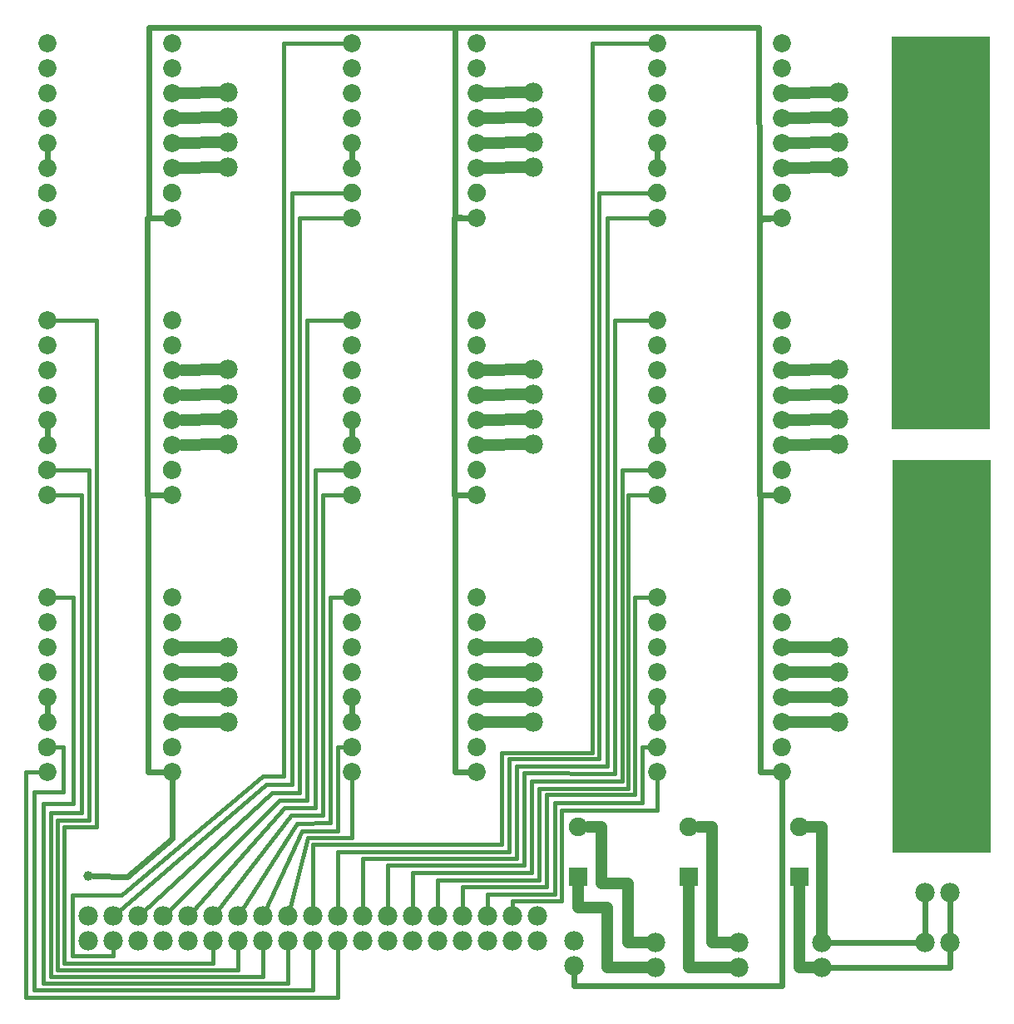
<source format=gtl>
G04 MADE WITH FRITZING*
G04 WWW.FRITZING.ORG*
G04 DOUBLE SIDED*
G04 HOLES PLATED*
G04 CONTOUR ON CENTER OF CONTOUR VECTOR*
%ASAXBY*%
%FSLAX23Y23*%
%MOIN*%
%OFA0B0*%
%SFA1.0B1.0*%
%ADD10C,0.072472*%
%ADD11C,0.072445*%
%ADD12C,0.072417*%
%ADD13C,0.078000*%
%ADD14C,0.075000*%
%ADD15C,0.039370*%
%ADD16R,0.393701X1.574800*%
%ADD17R,0.075000X0.075000*%
%ADD18C,0.024000*%
%ADD19C,0.048000*%
%ADD20C,0.016000*%
%ADD21R,0.001000X0.001000*%
%LNCOPPER1*%
G90*
G70*
G54D10*
X606Y3147D03*
X106Y3847D03*
X106Y3747D03*
X106Y3647D03*
X106Y3547D03*
X106Y3447D03*
G54D11*
X106Y3347D03*
X106Y3247D03*
G54D10*
X106Y3147D03*
G54D11*
X606Y3847D03*
G54D12*
X606Y3747D03*
G54D11*
X606Y3647D03*
G54D10*
X606Y3547D03*
G54D11*
X606Y3447D03*
G54D12*
X606Y3347D03*
X606Y3247D03*
G54D13*
X2072Y350D03*
X1972Y350D03*
X1872Y350D03*
X1772Y350D03*
X1672Y350D03*
X1572Y350D03*
X1472Y350D03*
X1372Y350D03*
X1272Y350D03*
X1172Y350D03*
X1072Y350D03*
X972Y350D03*
X872Y350D03*
X772Y350D03*
X672Y350D03*
X572Y350D03*
X472Y350D03*
X372Y350D03*
X272Y350D03*
X2072Y350D03*
X1972Y350D03*
X1872Y350D03*
X1772Y350D03*
X1672Y350D03*
X1572Y350D03*
X1472Y350D03*
X1372Y350D03*
X1272Y350D03*
X1172Y350D03*
X1072Y350D03*
X972Y350D03*
X872Y350D03*
X772Y350D03*
X672Y350D03*
X572Y350D03*
X472Y350D03*
X372Y350D03*
X272Y350D03*
X272Y250D03*
X372Y250D03*
X472Y250D03*
X572Y250D03*
X672Y250D03*
X772Y250D03*
X872Y250D03*
X972Y250D03*
X1072Y250D03*
X1172Y250D03*
X1272Y250D03*
X1372Y250D03*
X1472Y250D03*
X1572Y250D03*
X1672Y250D03*
X1772Y250D03*
X1872Y250D03*
X1972Y250D03*
X2072Y250D03*
G54D10*
X1828Y3147D03*
X1328Y3847D03*
X1328Y3747D03*
X1328Y3647D03*
X1328Y3547D03*
X1328Y3447D03*
G54D11*
X1328Y3347D03*
X1328Y3247D03*
G54D10*
X1328Y3147D03*
G54D11*
X1828Y3847D03*
G54D12*
X1828Y3747D03*
G54D11*
X1828Y3647D03*
G54D10*
X1828Y3547D03*
G54D11*
X1828Y3447D03*
G54D12*
X1828Y3347D03*
X1828Y3247D03*
G54D10*
X3051Y3147D03*
X2551Y3847D03*
X2551Y3747D03*
X2551Y3647D03*
X2551Y3547D03*
X2551Y3447D03*
G54D11*
X2551Y3347D03*
X2551Y3247D03*
G54D10*
X2551Y3147D03*
G54D11*
X3051Y3847D03*
G54D12*
X3051Y3747D03*
G54D11*
X3051Y3647D03*
G54D10*
X3051Y3547D03*
G54D11*
X3051Y3447D03*
G54D12*
X3051Y3347D03*
X3051Y3247D03*
G54D10*
X606Y2036D03*
X106Y2736D03*
X106Y2636D03*
X106Y2536D03*
X106Y2436D03*
X106Y2336D03*
G54D11*
X106Y2236D03*
X106Y2136D03*
G54D10*
X106Y2036D03*
G54D11*
X606Y2736D03*
G54D12*
X606Y2636D03*
G54D11*
X606Y2536D03*
G54D10*
X606Y2436D03*
G54D11*
X606Y2336D03*
G54D12*
X606Y2236D03*
X606Y2136D03*
G54D10*
X1828Y2036D03*
X1328Y2736D03*
X1328Y2636D03*
X1328Y2536D03*
X1328Y2436D03*
X1328Y2336D03*
G54D11*
X1328Y2236D03*
X1328Y2136D03*
G54D10*
X1328Y2036D03*
G54D11*
X1828Y2736D03*
G54D12*
X1828Y2636D03*
G54D11*
X1828Y2536D03*
G54D10*
X1828Y2436D03*
G54D11*
X1828Y2336D03*
G54D12*
X1828Y2236D03*
X1828Y2136D03*
G54D10*
X3051Y2036D03*
X2551Y2736D03*
X2551Y2636D03*
X2551Y2536D03*
X2551Y2436D03*
X2551Y2336D03*
G54D11*
X2551Y2236D03*
X2551Y2136D03*
G54D10*
X2551Y2036D03*
G54D11*
X3051Y2736D03*
G54D12*
X3051Y2636D03*
G54D11*
X3051Y2536D03*
G54D10*
X3051Y2436D03*
G54D11*
X3051Y2336D03*
G54D12*
X3051Y2236D03*
X3051Y2136D03*
G54D10*
X606Y925D03*
X106Y1625D03*
X106Y1525D03*
X106Y1425D03*
X106Y1325D03*
X106Y1225D03*
G54D11*
X106Y1125D03*
X106Y1025D03*
G54D10*
X106Y925D03*
G54D11*
X606Y1625D03*
G54D12*
X606Y1525D03*
G54D11*
X606Y1425D03*
G54D10*
X606Y1325D03*
G54D11*
X606Y1225D03*
G54D12*
X606Y1125D03*
X606Y1025D03*
G54D10*
X1828Y925D03*
X1328Y1625D03*
X1328Y1525D03*
X1328Y1425D03*
X1328Y1325D03*
X1328Y1225D03*
G54D11*
X1328Y1125D03*
X1328Y1025D03*
G54D10*
X1328Y925D03*
G54D11*
X1828Y1625D03*
G54D12*
X1828Y1525D03*
G54D11*
X1828Y1425D03*
G54D10*
X1828Y1325D03*
G54D11*
X1828Y1225D03*
G54D12*
X1828Y1125D03*
X1828Y1025D03*
G54D10*
X3051Y925D03*
X2551Y1625D03*
X2551Y1525D03*
X2551Y1425D03*
X2551Y1325D03*
X2551Y1225D03*
G54D11*
X2551Y1125D03*
X2551Y1025D03*
G54D10*
X2551Y925D03*
G54D11*
X3051Y1625D03*
G54D12*
X3051Y1525D03*
G54D11*
X3051Y1425D03*
G54D10*
X3051Y1325D03*
G54D11*
X3051Y1225D03*
G54D12*
X3051Y1125D03*
X3051Y1025D03*
G54D13*
X831Y3649D03*
X831Y3549D03*
X831Y3449D03*
X831Y3349D03*
X2054Y3649D03*
X2054Y3549D03*
X2054Y3449D03*
X2054Y3349D03*
X3276Y3649D03*
X3276Y3549D03*
X3276Y3449D03*
X3276Y3349D03*
X831Y2538D03*
X831Y2438D03*
X831Y2338D03*
X831Y2238D03*
X2054Y2538D03*
X2054Y2438D03*
X2054Y2338D03*
X2054Y2238D03*
X3276Y2538D03*
X3276Y2438D03*
X3276Y2338D03*
X3276Y2238D03*
X831Y1427D03*
X831Y1327D03*
X831Y1227D03*
X831Y1127D03*
X2054Y1427D03*
X2054Y1327D03*
X2054Y1227D03*
X2054Y1127D03*
X3276Y1427D03*
X3276Y1327D03*
X3276Y1227D03*
X3276Y1127D03*
X3724Y444D03*
X3624Y444D03*
X3724Y244D03*
X3624Y244D03*
X2544Y144D03*
X2544Y244D03*
X2217Y150D03*
X2217Y250D03*
G54D14*
X2233Y506D03*
X2233Y706D03*
X2678Y506D03*
X2678Y706D03*
X3122Y506D03*
X3122Y706D03*
G54D13*
X2878Y144D03*
X2878Y244D03*
X3211Y144D03*
X3211Y244D03*
G54D15*
X272Y508D03*
G54D16*
X3686Y3087D03*
X3689Y1389D03*
G54D17*
X2233Y506D03*
X2678Y506D03*
X3122Y506D03*
G54D18*
X106Y3417D02*
X106Y3377D01*
D02*
X106Y2306D02*
X106Y2266D01*
D02*
X106Y1195D02*
X106Y1155D01*
D02*
X1328Y3417D02*
X1328Y3377D01*
D02*
X1328Y2306D02*
X1328Y2266D01*
D02*
X1328Y1195D02*
X1328Y1155D01*
D02*
X2551Y3417D02*
X2551Y3377D01*
D02*
X2551Y2306D02*
X2551Y2266D01*
D02*
X2551Y1195D02*
X2551Y1155D01*
G54D19*
D02*
X801Y3349D02*
X636Y3347D01*
D02*
X801Y3449D02*
X636Y3447D01*
D02*
X801Y3549D02*
X636Y3547D01*
D02*
X801Y3649D02*
X636Y3647D01*
D02*
X2024Y3349D02*
X1858Y3347D01*
D02*
X2024Y3449D02*
X1858Y3447D01*
D02*
X2024Y3549D02*
X1858Y3547D01*
D02*
X2024Y3649D02*
X1858Y3647D01*
D02*
X3246Y3349D02*
X3081Y3347D01*
D02*
X3246Y3449D02*
X3081Y3447D01*
D02*
X3246Y3549D02*
X3081Y3547D01*
D02*
X3246Y3649D02*
X3081Y3647D01*
D02*
X3246Y2238D02*
X3081Y2236D01*
D02*
X3246Y2338D02*
X3081Y2336D01*
D02*
X3246Y2438D02*
X3081Y2436D01*
D02*
X3246Y2538D02*
X3081Y2536D01*
D02*
X2024Y2538D02*
X1858Y2536D01*
D02*
X2024Y2438D02*
X1858Y2436D01*
D02*
X2024Y2338D02*
X1858Y2336D01*
D02*
X2024Y2238D02*
X1858Y2236D01*
D02*
X790Y2538D02*
X647Y2536D01*
D02*
X790Y2438D02*
X647Y2436D01*
D02*
X790Y2338D02*
X647Y2336D01*
D02*
X790Y2238D02*
X647Y2236D01*
D02*
X801Y1427D02*
X636Y1425D01*
D02*
X801Y1327D02*
X636Y1325D01*
D02*
X801Y1227D02*
X636Y1225D01*
D02*
X801Y1127D02*
X636Y1125D01*
D02*
X2024Y1427D02*
X1858Y1425D01*
D02*
X2024Y1327D02*
X1858Y1325D01*
D02*
X2024Y1227D02*
X1858Y1225D01*
D02*
X2024Y1127D02*
X1858Y1125D01*
D02*
X3246Y1427D02*
X3081Y1425D01*
D02*
X3246Y1327D02*
X3081Y1325D01*
D02*
X3246Y1227D02*
X3081Y1225D01*
D02*
X3246Y1127D02*
X3081Y1125D01*
G54D18*
D02*
X3724Y275D02*
X3724Y414D01*
D02*
X3624Y275D02*
X3624Y414D01*
D02*
X3724Y144D02*
X3241Y144D01*
D02*
X3724Y214D02*
X3724Y144D01*
D02*
X3594Y244D02*
X3241Y244D01*
G54D19*
D02*
X2350Y383D02*
X2233Y383D01*
D02*
X2350Y144D02*
X2350Y383D01*
D02*
X2503Y144D02*
X2350Y144D01*
D02*
X2233Y383D02*
X2233Y466D01*
D02*
X2433Y478D02*
X2328Y478D01*
D02*
X2433Y244D02*
X2433Y478D01*
D02*
X2328Y478D02*
X2328Y706D01*
D02*
X2503Y244D02*
X2433Y244D01*
D02*
X2328Y706D02*
X2273Y706D01*
D02*
X2678Y144D02*
X2678Y477D01*
D02*
X2848Y144D02*
X2678Y144D01*
D02*
X2772Y706D02*
X2718Y706D01*
D02*
X2772Y244D02*
X2772Y706D01*
D02*
X2848Y244D02*
X2772Y244D01*
D02*
X3122Y144D02*
X3122Y477D01*
D02*
X3181Y144D02*
X3122Y144D01*
D02*
X3211Y706D02*
X3151Y706D01*
D02*
X3211Y275D02*
X3211Y706D01*
G54D18*
D02*
X507Y3147D02*
X507Y2036D01*
D02*
X507Y2036D02*
X576Y2036D01*
D02*
X576Y3147D02*
X507Y3147D01*
D02*
X511Y925D02*
X576Y925D01*
D02*
X576Y2036D02*
X511Y2036D01*
D02*
X511Y2036D02*
X511Y925D01*
D02*
X1737Y3147D02*
X1798Y3147D01*
D02*
X1737Y2036D02*
X1737Y3147D01*
D02*
X1798Y2036D02*
X1737Y2036D01*
D02*
X1741Y925D02*
X1798Y925D01*
D02*
X1741Y2036D02*
X1741Y925D01*
D02*
X1798Y2036D02*
X1741Y2036D01*
D02*
X2959Y2036D02*
X2959Y3147D01*
D02*
X3021Y2036D02*
X2959Y2036D01*
D02*
X2959Y3147D02*
X3021Y3147D01*
D02*
X2963Y925D02*
X3021Y925D01*
D02*
X3021Y2036D02*
X2963Y2036D01*
D02*
X2963Y2036D02*
X2963Y925D01*
D02*
X3051Y70D02*
X3051Y895D01*
D02*
X2217Y70D02*
X3051Y70D01*
D02*
X2217Y120D02*
X2217Y70D01*
D02*
X2959Y3141D02*
X2958Y3909D01*
D02*
X2958Y3909D02*
X1741Y3909D01*
D02*
X1741Y3909D02*
X1741Y3148D01*
D02*
X1741Y3148D02*
X1798Y3147D01*
D02*
X3021Y3145D02*
X2959Y3141D01*
D02*
X513Y3909D02*
X513Y3147D01*
D02*
X513Y3147D02*
X576Y3147D01*
D02*
X1798Y3147D02*
X1740Y3147D01*
D02*
X1740Y3909D02*
X513Y3909D01*
D02*
X1740Y3147D02*
X1740Y3909D01*
G54D20*
D02*
X2167Y408D02*
X2167Y772D01*
D02*
X2167Y772D02*
X2551Y772D01*
D02*
X1972Y408D02*
X2167Y408D01*
D02*
X2551Y772D02*
X2551Y895D01*
D02*
X1972Y375D02*
X1972Y408D01*
D02*
X2139Y804D02*
X2489Y804D01*
D02*
X2139Y437D02*
X2139Y804D01*
D02*
X1872Y437D02*
X2139Y437D01*
D02*
X2489Y1025D02*
X2526Y1025D01*
D02*
X2489Y804D02*
X2489Y1025D01*
D02*
X1872Y375D02*
X1872Y437D01*
D02*
X1772Y465D02*
X2107Y465D01*
D02*
X2107Y835D02*
X2461Y835D01*
D02*
X2107Y465D02*
X2107Y835D01*
D02*
X1772Y375D02*
X1772Y465D01*
D02*
X2461Y835D02*
X2461Y1625D01*
D02*
X2461Y1625D02*
X2526Y1625D01*
D02*
X1672Y494D02*
X2078Y494D01*
D02*
X2078Y861D02*
X2435Y861D01*
D02*
X2078Y494D02*
X2078Y861D01*
D02*
X1672Y375D02*
X1672Y494D01*
D02*
X2435Y861D02*
X2435Y2036D01*
D02*
X2435Y2036D02*
X2526Y2036D01*
D02*
X2048Y889D02*
X2409Y889D01*
D02*
X2048Y522D02*
X2048Y889D01*
D02*
X1572Y522D02*
X2048Y522D01*
D02*
X1572Y375D02*
X1572Y522D01*
D02*
X2409Y2136D02*
X2526Y2136D01*
D02*
X2409Y889D02*
X2409Y2136D01*
D02*
X1472Y552D02*
X2017Y552D01*
D02*
X2017Y922D02*
X2380Y918D01*
D02*
X2017Y552D02*
X2017Y922D01*
D02*
X1472Y375D02*
X1472Y552D01*
D02*
X2380Y918D02*
X2380Y2736D01*
D02*
X2380Y2736D02*
X2526Y2736D01*
D02*
X1372Y580D02*
X1987Y580D01*
D02*
X1987Y950D02*
X2350Y948D01*
D02*
X1987Y580D02*
X1987Y950D01*
D02*
X1372Y375D02*
X1372Y580D01*
D02*
X2350Y948D02*
X2350Y3147D01*
D02*
X2350Y3147D02*
X2526Y3147D01*
D02*
X1957Y978D02*
X2317Y978D01*
D02*
X1957Y607D02*
X1957Y978D01*
D02*
X1272Y607D02*
X1957Y607D01*
D02*
X1272Y375D02*
X1272Y607D01*
D02*
X2317Y978D02*
X2317Y3247D01*
D02*
X2317Y3247D02*
X2526Y3247D01*
D02*
X1928Y1004D02*
X2289Y1004D01*
D02*
X2289Y1004D02*
X2289Y3847D01*
D02*
X2289Y3847D02*
X2526Y3847D01*
D02*
X1172Y635D02*
X1928Y635D01*
D02*
X1172Y375D02*
X1172Y635D01*
D02*
X1928Y635D02*
X1928Y1004D01*
D02*
X1149Y662D02*
X1328Y664D01*
D02*
X1078Y374D02*
X1149Y662D01*
D02*
X1328Y664D02*
X1328Y900D01*
D02*
X1127Y691D02*
X1269Y691D01*
D02*
X1269Y691D02*
X1269Y1025D01*
D02*
X1269Y1025D02*
X1304Y1025D01*
D02*
X982Y372D02*
X1127Y691D01*
D02*
X1107Y720D02*
X1240Y722D01*
D02*
X1240Y722D02*
X1240Y1625D01*
D02*
X1240Y1625D02*
X1304Y1625D01*
D02*
X885Y371D02*
X1107Y720D01*
D02*
X1084Y753D02*
X1209Y753D01*
D02*
X1209Y753D02*
X1209Y2036D01*
D02*
X787Y369D02*
X1084Y753D01*
D02*
X1209Y2036D02*
X1304Y2036D01*
D02*
X1058Y784D02*
X1180Y782D01*
D02*
X1180Y782D02*
X1180Y2136D01*
D02*
X1180Y2136D02*
X1304Y2136D01*
D02*
X689Y368D02*
X1058Y784D01*
D02*
X1036Y814D02*
X1147Y814D01*
D02*
X1147Y814D02*
X1147Y2736D01*
D02*
X1147Y2736D02*
X1304Y2736D01*
D02*
X590Y367D02*
X1036Y814D01*
D02*
X1007Y842D02*
X490Y367D01*
D02*
X1118Y842D02*
X1007Y842D01*
D02*
X1118Y3147D02*
X1118Y842D01*
D02*
X1304Y3147D02*
X1118Y3147D01*
D02*
X1087Y876D02*
X1087Y3247D01*
D02*
X984Y876D02*
X1087Y876D01*
D02*
X1087Y3247D02*
X1304Y3247D01*
D02*
X391Y366D02*
X984Y876D01*
D02*
X207Y433D02*
X207Y189D01*
D02*
X207Y189D02*
X372Y189D01*
D02*
X372Y189D02*
X372Y225D01*
D02*
X971Y911D02*
X404Y433D01*
D02*
X1304Y3847D02*
X1053Y3847D01*
D02*
X404Y433D02*
X207Y433D01*
D02*
X1053Y3847D02*
X1053Y911D01*
D02*
X1053Y911D02*
X971Y911D01*
D02*
X22Y22D02*
X22Y925D01*
D02*
X1272Y22D02*
X22Y22D01*
D02*
X22Y925D02*
X82Y925D01*
D02*
X1272Y225D02*
X1272Y22D01*
D02*
X54Y846D02*
X169Y846D01*
D02*
X54Y52D02*
X54Y846D01*
D02*
X1172Y52D02*
X54Y52D01*
D02*
X169Y846D02*
X169Y1025D01*
D02*
X169Y1025D02*
X131Y1025D01*
D02*
X1172Y225D02*
X1172Y52D01*
D02*
X1072Y80D02*
X89Y80D01*
D02*
X89Y80D02*
X89Y798D01*
D02*
X89Y798D02*
X211Y798D01*
D02*
X211Y1625D02*
X131Y1625D01*
D02*
X1072Y225D02*
X1072Y80D01*
D02*
X211Y798D02*
X211Y1625D01*
D02*
X120Y106D02*
X120Y763D01*
D02*
X972Y106D02*
X120Y106D01*
D02*
X120Y763D02*
X244Y763D01*
D02*
X972Y225D02*
X972Y106D01*
D02*
X244Y763D02*
X244Y2036D01*
D02*
X244Y2036D02*
X131Y2036D01*
D02*
X148Y733D02*
X274Y733D01*
D02*
X148Y133D02*
X148Y733D01*
D02*
X872Y133D02*
X148Y133D01*
D02*
X872Y225D02*
X872Y133D01*
D02*
X274Y733D02*
X274Y2136D01*
D02*
X274Y2136D02*
X131Y2136D01*
G54D18*
D02*
X606Y661D02*
X428Y506D01*
D02*
X428Y506D02*
X291Y508D01*
D02*
X606Y895D02*
X606Y661D01*
G54D20*
D02*
X174Y161D02*
X174Y706D01*
D02*
X174Y706D02*
X303Y706D01*
D02*
X303Y2736D02*
X131Y2736D01*
D02*
X772Y161D02*
X174Y161D01*
D02*
X772Y225D02*
X772Y161D01*
D02*
X303Y706D02*
X303Y2736D01*
G54D21*
X100Y3283D02*
X111Y3283D01*
X600Y3283D02*
X611Y3283D01*
X1322Y3283D02*
X1333Y3283D01*
X1822Y3283D02*
X1833Y3283D01*
X2544Y3283D02*
X2555Y3283D01*
X3044Y3283D02*
X3055Y3283D01*
X96Y3282D02*
X115Y3282D01*
X596Y3282D02*
X615Y3282D01*
X1318Y3282D02*
X1337Y3282D01*
X1818Y3282D02*
X1837Y3282D01*
X2540Y3282D02*
X2559Y3282D01*
X3040Y3282D02*
X3059Y3282D01*
X93Y3281D02*
X118Y3281D01*
X593Y3281D02*
X618Y3281D01*
X1315Y3281D02*
X1340Y3281D01*
X1815Y3281D02*
X1840Y3281D01*
X2537Y3281D02*
X2562Y3281D01*
X3037Y3281D02*
X3062Y3281D01*
X91Y3280D02*
X121Y3280D01*
X591Y3280D02*
X620Y3280D01*
X1313Y3280D02*
X1343Y3280D01*
X1813Y3280D02*
X1842Y3280D01*
X2535Y3280D02*
X2565Y3280D01*
X3035Y3280D02*
X3064Y3280D01*
X89Y3279D02*
X123Y3279D01*
X589Y3279D02*
X622Y3279D01*
X1311Y3279D02*
X1345Y3279D01*
X1811Y3279D02*
X1845Y3279D01*
X2533Y3279D02*
X2567Y3279D01*
X3033Y3279D02*
X3067Y3279D01*
X87Y3278D02*
X124Y3278D01*
X587Y3278D02*
X624Y3278D01*
X1309Y3278D02*
X1346Y3278D01*
X1809Y3278D02*
X1846Y3278D01*
X2531Y3278D02*
X2568Y3278D01*
X3031Y3278D02*
X3068Y3278D01*
X85Y3277D02*
X126Y3277D01*
X585Y3277D02*
X626Y3277D01*
X1307Y3277D02*
X1348Y3277D01*
X1807Y3277D02*
X1848Y3277D01*
X2529Y3277D02*
X2570Y3277D01*
X3029Y3277D02*
X3070Y3277D01*
X84Y3276D02*
X127Y3276D01*
X584Y3276D02*
X627Y3276D01*
X1306Y3276D02*
X1349Y3276D01*
X1806Y3276D02*
X1849Y3276D01*
X2528Y3276D02*
X2571Y3276D01*
X3028Y3276D02*
X3071Y3276D01*
X83Y3275D02*
X129Y3275D01*
X583Y3275D02*
X628Y3275D01*
X1305Y3275D02*
X1351Y3275D01*
X1805Y3275D02*
X1851Y3275D01*
X2527Y3275D02*
X2573Y3275D01*
X3027Y3275D02*
X3073Y3275D01*
X82Y3274D02*
X130Y3274D01*
X581Y3274D02*
X630Y3274D01*
X1304Y3274D02*
X1352Y3274D01*
X1804Y3274D02*
X1852Y3274D01*
X2526Y3274D02*
X2574Y3274D01*
X3026Y3274D02*
X3074Y3274D01*
X80Y3273D02*
X131Y3273D01*
X580Y3273D02*
X631Y3273D01*
X1303Y3273D02*
X1353Y3273D01*
X1802Y3273D02*
X1853Y3273D01*
X2525Y3273D02*
X2575Y3273D01*
X3024Y3273D02*
X3075Y3273D01*
X80Y3272D02*
X132Y3272D01*
X579Y3272D02*
X632Y3272D01*
X1302Y3272D02*
X1354Y3272D01*
X1802Y3272D02*
X1854Y3272D01*
X2524Y3272D02*
X2576Y3272D01*
X3024Y3272D02*
X3076Y3272D01*
X79Y3271D02*
X133Y3271D01*
X579Y3271D02*
X632Y3271D01*
X1301Y3271D02*
X1355Y3271D01*
X1801Y3271D02*
X1855Y3271D01*
X2523Y3271D02*
X2577Y3271D01*
X3023Y3271D02*
X3077Y3271D01*
X78Y3270D02*
X133Y3270D01*
X578Y3270D02*
X633Y3270D01*
X1300Y3270D02*
X1355Y3270D01*
X1800Y3270D02*
X1855Y3270D01*
X2522Y3270D02*
X2577Y3270D01*
X3022Y3270D02*
X3077Y3270D01*
X77Y3269D02*
X134Y3269D01*
X577Y3269D02*
X634Y3269D01*
X1299Y3269D02*
X1356Y3269D01*
X1799Y3269D02*
X1856Y3269D01*
X2521Y3269D02*
X2578Y3269D01*
X3021Y3269D02*
X3078Y3269D01*
X76Y3268D02*
X135Y3268D01*
X576Y3268D02*
X635Y3268D01*
X1298Y3268D02*
X1357Y3268D01*
X1798Y3268D02*
X1857Y3268D01*
X2520Y3268D02*
X2579Y3268D01*
X3020Y3268D02*
X3079Y3268D01*
X76Y3267D02*
X135Y3267D01*
X576Y3267D02*
X635Y3267D01*
X1298Y3267D02*
X1357Y3267D01*
X1798Y3267D02*
X1857Y3267D01*
X2520Y3267D02*
X2580Y3267D01*
X3020Y3267D02*
X3079Y3267D01*
X75Y3266D02*
X102Y3266D01*
X110Y3266D02*
X136Y3266D01*
X575Y3266D02*
X602Y3266D01*
X609Y3266D02*
X636Y3266D01*
X1297Y3266D02*
X1324Y3266D01*
X1332Y3266D02*
X1358Y3266D01*
X1797Y3266D02*
X1824Y3266D01*
X1831Y3266D02*
X1858Y3266D01*
X2519Y3266D02*
X2546Y3266D01*
X2554Y3266D02*
X2580Y3266D01*
X3019Y3266D02*
X3046Y3266D01*
X3053Y3266D02*
X3080Y3266D01*
X75Y3265D02*
X98Y3265D01*
X113Y3265D02*
X137Y3265D01*
X575Y3265D02*
X598Y3265D01*
X613Y3265D02*
X637Y3265D01*
X1297Y3265D02*
X1320Y3265D01*
X1335Y3265D02*
X1359Y3265D01*
X1797Y3265D02*
X1820Y3265D01*
X1835Y3265D02*
X1859Y3265D01*
X2519Y3265D02*
X2542Y3265D01*
X2557Y3265D02*
X2581Y3265D01*
X3019Y3265D02*
X3042Y3265D01*
X3057Y3265D02*
X3081Y3265D01*
X74Y3264D02*
X96Y3264D01*
X115Y3264D02*
X137Y3264D01*
X574Y3264D02*
X596Y3264D01*
X615Y3264D02*
X637Y3264D01*
X1296Y3264D02*
X1318Y3264D01*
X1337Y3264D02*
X1359Y3264D01*
X1796Y3264D02*
X1818Y3264D01*
X1837Y3264D02*
X1859Y3264D01*
X2518Y3264D02*
X2540Y3264D01*
X2559Y3264D02*
X2581Y3264D01*
X3018Y3264D02*
X3040Y3264D01*
X3059Y3264D02*
X3081Y3264D01*
X74Y3263D02*
X94Y3263D01*
X117Y3263D02*
X138Y3263D01*
X574Y3263D02*
X594Y3263D01*
X617Y3263D02*
X638Y3263D01*
X1296Y3263D02*
X1316Y3263D01*
X1339Y3263D02*
X1360Y3263D01*
X1796Y3263D02*
X1816Y3263D01*
X1839Y3263D02*
X1860Y3263D01*
X2518Y3263D02*
X2538Y3263D01*
X2561Y3263D02*
X2582Y3263D01*
X3018Y3263D02*
X3038Y3263D01*
X3061Y3263D02*
X3082Y3263D01*
X73Y3262D02*
X93Y3262D01*
X118Y3262D02*
X138Y3262D01*
X573Y3262D02*
X593Y3262D01*
X618Y3262D02*
X638Y3262D01*
X1295Y3262D02*
X1315Y3262D01*
X1340Y3262D02*
X1360Y3262D01*
X1795Y3262D02*
X1815Y3262D01*
X1840Y3262D02*
X1860Y3262D01*
X2517Y3262D02*
X2537Y3262D01*
X2562Y3262D02*
X2582Y3262D01*
X3017Y3262D02*
X3037Y3262D01*
X3062Y3262D02*
X3082Y3262D01*
X73Y3261D02*
X92Y3261D01*
X119Y3261D02*
X139Y3261D01*
X573Y3261D02*
X592Y3261D01*
X619Y3261D02*
X638Y3261D01*
X1295Y3261D02*
X1314Y3261D01*
X1341Y3261D02*
X1361Y3261D01*
X1795Y3261D02*
X1814Y3261D01*
X1841Y3261D02*
X1860Y3261D01*
X2517Y3261D02*
X2536Y3261D01*
X2563Y3261D02*
X2583Y3261D01*
X3017Y3261D02*
X3036Y3261D01*
X3063Y3261D02*
X3083Y3261D01*
X72Y3260D02*
X91Y3260D01*
X120Y3260D02*
X139Y3260D01*
X572Y3260D02*
X591Y3260D01*
X620Y3260D02*
X639Y3260D01*
X1294Y3260D02*
X1313Y3260D01*
X1342Y3260D02*
X1361Y3260D01*
X1794Y3260D02*
X1813Y3260D01*
X1842Y3260D02*
X1861Y3260D01*
X2516Y3260D02*
X2535Y3260D01*
X2564Y3260D02*
X2583Y3260D01*
X3016Y3260D02*
X3035Y3260D01*
X3064Y3260D02*
X3083Y3260D01*
X72Y3259D02*
X90Y3259D01*
X121Y3259D02*
X139Y3259D01*
X572Y3259D02*
X590Y3259D01*
X621Y3259D02*
X639Y3259D01*
X1294Y3259D02*
X1312Y3259D01*
X1343Y3259D02*
X1361Y3259D01*
X1794Y3259D02*
X1812Y3259D01*
X1843Y3259D02*
X1861Y3259D01*
X2516Y3259D02*
X2534Y3259D01*
X2565Y3259D02*
X2583Y3259D01*
X3016Y3259D02*
X3034Y3259D01*
X3065Y3259D02*
X3083Y3259D01*
X72Y3258D02*
X89Y3258D01*
X122Y3258D02*
X140Y3258D01*
X572Y3258D02*
X589Y3258D01*
X622Y3258D02*
X640Y3258D01*
X1294Y3258D02*
X1311Y3258D01*
X1344Y3258D02*
X1362Y3258D01*
X1794Y3258D02*
X1811Y3258D01*
X1844Y3258D02*
X1862Y3258D01*
X2516Y3258D02*
X2533Y3258D01*
X2566Y3258D02*
X2584Y3258D01*
X3016Y3258D02*
X3033Y3258D01*
X3066Y3258D02*
X3084Y3258D01*
X71Y3257D02*
X89Y3257D01*
X122Y3257D02*
X140Y3257D01*
X571Y3257D02*
X589Y3257D01*
X622Y3257D02*
X640Y3257D01*
X1293Y3257D02*
X1311Y3257D01*
X1344Y3257D02*
X1362Y3257D01*
X1793Y3257D02*
X1811Y3257D01*
X1844Y3257D02*
X1862Y3257D01*
X2515Y3257D02*
X2533Y3257D01*
X2567Y3257D02*
X2584Y3257D01*
X3015Y3257D02*
X3033Y3257D01*
X3066Y3257D02*
X3084Y3257D01*
X71Y3256D02*
X88Y3256D01*
X123Y3256D02*
X140Y3256D01*
X571Y3256D02*
X588Y3256D01*
X623Y3256D02*
X640Y3256D01*
X1293Y3256D02*
X1310Y3256D01*
X1345Y3256D02*
X1362Y3256D01*
X1793Y3256D02*
X1810Y3256D01*
X1845Y3256D02*
X1862Y3256D01*
X2515Y3256D02*
X2532Y3256D01*
X2567Y3256D02*
X2584Y3256D01*
X3015Y3256D02*
X3032Y3256D01*
X3067Y3256D02*
X3084Y3256D01*
X71Y3255D02*
X88Y3255D01*
X124Y3255D02*
X140Y3255D01*
X571Y3255D02*
X588Y3255D01*
X623Y3255D02*
X640Y3255D01*
X1293Y3255D02*
X1310Y3255D01*
X1346Y3255D02*
X1362Y3255D01*
X1793Y3255D02*
X1810Y3255D01*
X1846Y3255D02*
X1862Y3255D01*
X2515Y3255D02*
X2532Y3255D01*
X2568Y3255D02*
X2585Y3255D01*
X3015Y3255D02*
X3032Y3255D01*
X3068Y3255D02*
X3084Y3255D01*
X71Y3254D02*
X87Y3254D01*
X124Y3254D02*
X141Y3254D01*
X571Y3254D02*
X587Y3254D01*
X624Y3254D02*
X641Y3254D01*
X1293Y3254D02*
X1309Y3254D01*
X1346Y3254D02*
X1363Y3254D01*
X1793Y3254D02*
X1809Y3254D01*
X1846Y3254D02*
X1863Y3254D01*
X2515Y3254D02*
X2531Y3254D01*
X2568Y3254D02*
X2585Y3254D01*
X3015Y3254D02*
X3031Y3254D01*
X3068Y3254D02*
X3085Y3254D01*
X70Y3253D02*
X87Y3253D01*
X124Y3253D02*
X141Y3253D01*
X570Y3253D02*
X587Y3253D01*
X624Y3253D02*
X641Y3253D01*
X1292Y3253D02*
X1309Y3253D01*
X1346Y3253D02*
X1363Y3253D01*
X1792Y3253D02*
X1809Y3253D01*
X1846Y3253D02*
X1863Y3253D01*
X2515Y3253D02*
X2531Y3253D01*
X2568Y3253D02*
X2585Y3253D01*
X3014Y3253D02*
X3031Y3253D01*
X3068Y3253D02*
X3085Y3253D01*
X70Y3252D02*
X87Y3252D01*
X124Y3252D02*
X141Y3252D01*
X570Y3252D02*
X587Y3252D01*
X624Y3252D02*
X641Y3252D01*
X1292Y3252D02*
X1309Y3252D01*
X1347Y3252D02*
X1363Y3252D01*
X1792Y3252D02*
X1809Y3252D01*
X1846Y3252D02*
X1863Y3252D01*
X2514Y3252D02*
X2531Y3252D01*
X2569Y3252D02*
X2585Y3252D01*
X3014Y3252D02*
X3031Y3252D01*
X3068Y3252D02*
X3085Y3252D01*
X70Y3251D02*
X87Y3251D01*
X125Y3251D02*
X141Y3251D01*
X570Y3251D02*
X586Y3251D01*
X625Y3251D02*
X641Y3251D01*
X1292Y3251D02*
X1309Y3251D01*
X1347Y3251D02*
X1363Y3251D01*
X1792Y3251D02*
X1809Y3251D01*
X1847Y3251D02*
X1863Y3251D01*
X2514Y3251D02*
X2531Y3251D01*
X2569Y3251D02*
X2585Y3251D01*
X3014Y3251D02*
X3031Y3251D01*
X3069Y3251D02*
X3085Y3251D01*
X70Y3250D02*
X86Y3250D01*
X125Y3250D02*
X141Y3250D01*
X570Y3250D02*
X586Y3250D01*
X625Y3250D02*
X641Y3250D01*
X1292Y3250D02*
X1308Y3250D01*
X1347Y3250D02*
X1363Y3250D01*
X1792Y3250D02*
X1808Y3250D01*
X1847Y3250D02*
X1863Y3250D01*
X2514Y3250D02*
X2531Y3250D01*
X2569Y3250D02*
X2585Y3250D01*
X3014Y3250D02*
X3030Y3250D01*
X3069Y3250D02*
X3085Y3250D01*
X70Y3249D02*
X86Y3249D01*
X125Y3249D02*
X141Y3249D01*
X570Y3249D02*
X586Y3249D01*
X625Y3249D02*
X641Y3249D01*
X1292Y3249D02*
X1308Y3249D01*
X1347Y3249D02*
X1363Y3249D01*
X1792Y3249D02*
X1808Y3249D01*
X1847Y3249D02*
X1863Y3249D01*
X2514Y3249D02*
X2530Y3249D01*
X2569Y3249D02*
X2585Y3249D01*
X3014Y3249D02*
X3030Y3249D01*
X3069Y3249D02*
X3085Y3249D01*
X70Y3248D02*
X86Y3248D01*
X125Y3248D02*
X141Y3248D01*
X570Y3248D02*
X586Y3248D01*
X625Y3248D02*
X641Y3248D01*
X1292Y3248D02*
X1308Y3248D01*
X1347Y3248D02*
X1363Y3248D01*
X1792Y3248D02*
X1808Y3248D01*
X1847Y3248D02*
X1863Y3248D01*
X2514Y3248D02*
X2530Y3248D01*
X2569Y3248D02*
X2585Y3248D01*
X3014Y3248D02*
X3030Y3248D01*
X3069Y3248D02*
X3085Y3248D01*
X70Y3247D02*
X86Y3247D01*
X125Y3247D02*
X141Y3247D01*
X570Y3247D02*
X586Y3247D01*
X625Y3247D02*
X641Y3247D01*
X1292Y3247D02*
X1308Y3247D01*
X1347Y3247D02*
X1363Y3247D01*
X1792Y3247D02*
X1808Y3247D01*
X1847Y3247D02*
X1863Y3247D01*
X2514Y3247D02*
X2530Y3247D01*
X2569Y3247D02*
X2585Y3247D01*
X3014Y3247D02*
X3030Y3247D01*
X3069Y3247D02*
X3085Y3247D01*
X70Y3246D02*
X86Y3246D01*
X125Y3246D02*
X141Y3246D01*
X570Y3246D02*
X586Y3246D01*
X625Y3246D02*
X641Y3246D01*
X1292Y3246D02*
X1308Y3246D01*
X1347Y3246D02*
X1363Y3246D01*
X1792Y3246D02*
X1808Y3246D01*
X1847Y3246D02*
X1863Y3246D01*
X2514Y3246D02*
X2530Y3246D01*
X2569Y3246D02*
X2585Y3246D01*
X3014Y3246D02*
X3030Y3246D01*
X3069Y3246D02*
X3085Y3246D01*
X70Y3245D02*
X86Y3245D01*
X125Y3245D02*
X141Y3245D01*
X570Y3245D02*
X586Y3245D01*
X625Y3245D02*
X641Y3245D01*
X1292Y3245D02*
X1308Y3245D01*
X1347Y3245D02*
X1363Y3245D01*
X1792Y3245D02*
X1808Y3245D01*
X1847Y3245D02*
X1863Y3245D01*
X2514Y3245D02*
X2531Y3245D01*
X2569Y3245D02*
X2585Y3245D01*
X3014Y3245D02*
X3030Y3245D01*
X3069Y3245D02*
X3085Y3245D01*
X70Y3244D02*
X87Y3244D01*
X125Y3244D02*
X141Y3244D01*
X570Y3244D02*
X586Y3244D01*
X625Y3244D02*
X641Y3244D01*
X1292Y3244D02*
X1309Y3244D01*
X1347Y3244D02*
X1363Y3244D01*
X1792Y3244D02*
X1809Y3244D01*
X1847Y3244D02*
X1863Y3244D01*
X2514Y3244D02*
X2531Y3244D01*
X2569Y3244D02*
X2585Y3244D01*
X3014Y3244D02*
X3031Y3244D01*
X3069Y3244D02*
X3085Y3244D01*
X70Y3243D02*
X87Y3243D01*
X125Y3243D02*
X141Y3243D01*
X570Y3243D02*
X587Y3243D01*
X624Y3243D02*
X641Y3243D01*
X1292Y3243D02*
X1309Y3243D01*
X1347Y3243D02*
X1363Y3243D01*
X1792Y3243D02*
X1809Y3243D01*
X1846Y3243D02*
X1863Y3243D01*
X2514Y3243D02*
X2531Y3243D01*
X2569Y3243D02*
X2585Y3243D01*
X3014Y3243D02*
X3031Y3243D01*
X3069Y3243D02*
X3085Y3243D01*
X70Y3242D02*
X87Y3242D01*
X124Y3242D02*
X141Y3242D01*
X570Y3242D02*
X587Y3242D01*
X624Y3242D02*
X641Y3242D01*
X1292Y3242D02*
X1309Y3242D01*
X1346Y3242D02*
X1363Y3242D01*
X1792Y3242D02*
X1809Y3242D01*
X1846Y3242D02*
X1863Y3242D01*
X2514Y3242D02*
X2531Y3242D01*
X2568Y3242D02*
X2585Y3242D01*
X3014Y3242D02*
X3031Y3242D01*
X3068Y3242D02*
X3085Y3242D01*
X71Y3241D02*
X87Y3241D01*
X124Y3241D02*
X141Y3241D01*
X571Y3241D02*
X587Y3241D01*
X624Y3241D02*
X641Y3241D01*
X1293Y3241D02*
X1309Y3241D01*
X1346Y3241D02*
X1363Y3241D01*
X1793Y3241D02*
X1809Y3241D01*
X1846Y3241D02*
X1863Y3241D01*
X2515Y3241D02*
X2531Y3241D01*
X2568Y3241D02*
X2585Y3241D01*
X3015Y3241D02*
X3031Y3241D01*
X3068Y3241D02*
X3085Y3241D01*
X71Y3240D02*
X88Y3240D01*
X124Y3240D02*
X140Y3240D01*
X571Y3240D02*
X588Y3240D01*
X624Y3240D02*
X640Y3240D01*
X1293Y3240D02*
X1310Y3240D01*
X1346Y3240D02*
X1363Y3240D01*
X1793Y3240D02*
X1810Y3240D01*
X1846Y3240D02*
X1862Y3240D01*
X2515Y3240D02*
X2532Y3240D01*
X2568Y3240D02*
X2585Y3240D01*
X3015Y3240D02*
X3032Y3240D01*
X3068Y3240D02*
X3084Y3240D01*
X71Y3239D02*
X88Y3239D01*
X123Y3239D02*
X140Y3239D01*
X571Y3239D02*
X588Y3239D01*
X623Y3239D02*
X640Y3239D01*
X1293Y3239D02*
X1310Y3239D01*
X1345Y3239D02*
X1362Y3239D01*
X1793Y3239D02*
X1810Y3239D01*
X1845Y3239D02*
X1862Y3239D01*
X2515Y3239D02*
X2532Y3239D01*
X2567Y3239D02*
X2584Y3239D01*
X3015Y3239D02*
X3032Y3239D01*
X3067Y3239D02*
X3084Y3239D01*
X71Y3238D02*
X89Y3238D01*
X123Y3238D02*
X140Y3238D01*
X571Y3238D02*
X589Y3238D01*
X622Y3238D02*
X640Y3238D01*
X1293Y3238D02*
X1311Y3238D01*
X1345Y3238D02*
X1362Y3238D01*
X1793Y3238D02*
X1811Y3238D01*
X1844Y3238D02*
X1862Y3238D01*
X2515Y3238D02*
X2533Y3238D01*
X2567Y3238D02*
X2584Y3238D01*
X3015Y3238D02*
X3033Y3238D01*
X3067Y3238D02*
X3084Y3238D01*
X72Y3237D02*
X89Y3237D01*
X122Y3237D02*
X140Y3237D01*
X572Y3237D02*
X589Y3237D01*
X622Y3237D02*
X640Y3237D01*
X1294Y3237D02*
X1311Y3237D01*
X1344Y3237D02*
X1362Y3237D01*
X1794Y3237D02*
X1811Y3237D01*
X1844Y3237D02*
X1862Y3237D01*
X2516Y3237D02*
X2533Y3237D01*
X2566Y3237D02*
X2584Y3237D01*
X3016Y3237D02*
X3033Y3237D01*
X3066Y3237D02*
X3084Y3237D01*
X72Y3236D02*
X90Y3236D01*
X121Y3236D02*
X139Y3236D01*
X572Y3236D02*
X590Y3236D01*
X621Y3236D02*
X639Y3236D01*
X1294Y3236D02*
X1312Y3236D01*
X1343Y3236D02*
X1361Y3236D01*
X1794Y3236D02*
X1812Y3236D01*
X1843Y3236D02*
X1861Y3236D01*
X2516Y3236D02*
X2534Y3236D01*
X2565Y3236D02*
X2583Y3236D01*
X3016Y3236D02*
X3034Y3236D01*
X3065Y3236D02*
X3083Y3236D01*
X72Y3235D02*
X91Y3235D01*
X120Y3235D02*
X139Y3235D01*
X572Y3235D02*
X591Y3235D01*
X620Y3235D02*
X639Y3235D01*
X1294Y3235D02*
X1313Y3235D01*
X1342Y3235D02*
X1361Y3235D01*
X1794Y3235D02*
X1813Y3235D01*
X1842Y3235D02*
X1861Y3235D01*
X2516Y3235D02*
X2535Y3235D01*
X2564Y3235D02*
X2583Y3235D01*
X3016Y3235D02*
X3035Y3235D01*
X3064Y3235D02*
X3083Y3235D01*
X73Y3234D02*
X92Y3234D01*
X119Y3234D02*
X139Y3234D01*
X573Y3234D02*
X592Y3234D01*
X619Y3234D02*
X639Y3234D01*
X1295Y3234D02*
X1314Y3234D01*
X1341Y3234D02*
X1361Y3234D01*
X1795Y3234D02*
X1814Y3234D01*
X1841Y3234D02*
X1861Y3234D01*
X2517Y3234D02*
X2536Y3234D01*
X2563Y3234D02*
X2583Y3234D01*
X3017Y3234D02*
X3036Y3234D01*
X3063Y3234D02*
X3083Y3234D01*
X73Y3233D02*
X93Y3233D01*
X118Y3233D02*
X138Y3233D01*
X573Y3233D02*
X593Y3233D01*
X618Y3233D02*
X638Y3233D01*
X1295Y3233D02*
X1315Y3233D01*
X1340Y3233D02*
X1360Y3233D01*
X1795Y3233D02*
X1815Y3233D01*
X1840Y3233D02*
X1860Y3233D01*
X2517Y3233D02*
X2537Y3233D01*
X2562Y3233D02*
X2582Y3233D01*
X3017Y3233D02*
X3037Y3233D01*
X3062Y3233D02*
X3082Y3233D01*
X74Y3232D02*
X94Y3232D01*
X117Y3232D02*
X138Y3232D01*
X573Y3232D02*
X594Y3232D01*
X617Y3232D02*
X638Y3232D01*
X1296Y3232D02*
X1316Y3232D01*
X1339Y3232D02*
X1360Y3232D01*
X1796Y3232D02*
X1816Y3232D01*
X1839Y3232D02*
X1860Y3232D01*
X2518Y3232D02*
X2538Y3232D01*
X2561Y3232D02*
X2582Y3232D01*
X3018Y3232D02*
X3038Y3232D01*
X3061Y3232D02*
X3082Y3232D01*
X74Y3231D02*
X96Y3231D01*
X115Y3231D02*
X137Y3231D01*
X574Y3231D02*
X596Y3231D01*
X615Y3231D02*
X637Y3231D01*
X1296Y3231D02*
X1318Y3231D01*
X1338Y3231D02*
X1359Y3231D01*
X1796Y3231D02*
X1818Y3231D01*
X1837Y3231D02*
X1859Y3231D01*
X2518Y3231D02*
X2540Y3231D01*
X2560Y3231D02*
X2581Y3231D01*
X3018Y3231D02*
X3040Y3231D01*
X3059Y3231D02*
X3081Y3231D01*
X75Y3230D02*
X98Y3230D01*
X114Y3230D02*
X137Y3230D01*
X574Y3230D02*
X598Y3230D01*
X614Y3230D02*
X637Y3230D01*
X1297Y3230D02*
X1320Y3230D01*
X1336Y3230D02*
X1359Y3230D01*
X1797Y3230D02*
X1820Y3230D01*
X1836Y3230D02*
X1859Y3230D01*
X2519Y3230D02*
X2542Y3230D01*
X2558Y3230D02*
X2581Y3230D01*
X3019Y3230D02*
X3042Y3230D01*
X3058Y3230D02*
X3081Y3230D01*
X75Y3229D02*
X101Y3229D01*
X110Y3229D02*
X136Y3229D01*
X575Y3229D02*
X601Y3229D01*
X610Y3229D02*
X636Y3229D01*
X1297Y3229D02*
X1323Y3229D01*
X1333Y3229D02*
X1358Y3229D01*
X1797Y3229D02*
X1823Y3229D01*
X1832Y3229D02*
X1858Y3229D01*
X2519Y3229D02*
X2545Y3229D01*
X2555Y3229D02*
X2580Y3229D01*
X3019Y3229D02*
X3045Y3229D01*
X3054Y3229D02*
X3080Y3229D01*
X76Y3228D02*
X136Y3228D01*
X576Y3228D02*
X635Y3228D01*
X1298Y3228D02*
X1358Y3228D01*
X1798Y3228D02*
X1857Y3228D01*
X2520Y3228D02*
X2580Y3228D01*
X3020Y3228D02*
X3080Y3228D01*
X76Y3227D02*
X135Y3227D01*
X576Y3227D02*
X635Y3227D01*
X1298Y3227D02*
X1357Y3227D01*
X1798Y3227D02*
X1857Y3227D01*
X2520Y3227D02*
X2579Y3227D01*
X3020Y3227D02*
X3079Y3227D01*
X77Y3226D02*
X134Y3226D01*
X577Y3226D02*
X634Y3226D01*
X1299Y3226D02*
X1356Y3226D01*
X1799Y3226D02*
X1856Y3226D01*
X2521Y3226D02*
X2578Y3226D01*
X3021Y3226D02*
X3078Y3226D01*
X78Y3225D02*
X133Y3225D01*
X578Y3225D02*
X633Y3225D01*
X1300Y3225D02*
X1356Y3225D01*
X1800Y3225D02*
X1855Y3225D01*
X2522Y3225D02*
X2578Y3225D01*
X3022Y3225D02*
X3077Y3225D01*
X79Y3224D02*
X133Y3224D01*
X578Y3224D02*
X633Y3224D01*
X1301Y3224D02*
X1355Y3224D01*
X1801Y3224D02*
X1855Y3224D01*
X2523Y3224D02*
X2577Y3224D01*
X3023Y3224D02*
X3077Y3224D01*
X79Y3223D02*
X132Y3223D01*
X579Y3223D02*
X632Y3223D01*
X1301Y3223D02*
X1354Y3223D01*
X1801Y3223D02*
X1854Y3223D01*
X2523Y3223D02*
X2576Y3223D01*
X3023Y3223D02*
X3076Y3223D01*
X80Y3222D02*
X131Y3222D01*
X580Y3222D02*
X631Y3222D01*
X1302Y3222D02*
X1353Y3222D01*
X1802Y3222D02*
X1853Y3222D01*
X2524Y3222D02*
X2575Y3222D01*
X3024Y3222D02*
X3075Y3222D01*
X81Y3221D02*
X130Y3221D01*
X581Y3221D02*
X630Y3221D01*
X1303Y3221D02*
X1352Y3221D01*
X1803Y3221D02*
X1852Y3221D01*
X2525Y3221D02*
X2574Y3221D01*
X3025Y3221D02*
X3074Y3221D01*
X83Y3220D02*
X129Y3220D01*
X582Y3220D02*
X629Y3220D01*
X1305Y3220D02*
X1351Y3220D01*
X1804Y3220D02*
X1851Y3220D01*
X2527Y3220D02*
X2573Y3220D01*
X3027Y3220D02*
X3073Y3220D01*
X84Y3219D02*
X127Y3219D01*
X584Y3219D02*
X627Y3219D01*
X1306Y3219D02*
X1349Y3219D01*
X1806Y3219D02*
X1849Y3219D01*
X2528Y3219D02*
X2572Y3219D01*
X3028Y3219D02*
X3071Y3219D01*
X85Y3218D02*
X126Y3218D01*
X585Y3218D02*
X626Y3218D01*
X1307Y3218D02*
X1348Y3218D01*
X1807Y3218D02*
X1848Y3218D01*
X2529Y3218D02*
X2570Y3218D01*
X3029Y3218D02*
X3070Y3218D01*
X87Y3217D02*
X125Y3217D01*
X587Y3217D02*
X624Y3217D01*
X1309Y3217D02*
X1347Y3217D01*
X1809Y3217D02*
X1846Y3217D01*
X2531Y3217D02*
X2569Y3217D01*
X3031Y3217D02*
X3069Y3217D01*
X88Y3216D02*
X123Y3216D01*
X588Y3216D02*
X623Y3216D01*
X1310Y3216D02*
X1345Y3216D01*
X1810Y3216D02*
X1845Y3216D01*
X2532Y3216D02*
X2567Y3216D01*
X3032Y3216D02*
X3067Y3216D01*
X90Y3215D02*
X121Y3215D01*
X590Y3215D02*
X621Y3215D01*
X1312Y3215D02*
X1343Y3215D01*
X1812Y3215D02*
X1843Y3215D01*
X2534Y3215D02*
X2565Y3215D01*
X3034Y3215D02*
X3065Y3215D01*
X93Y3214D02*
X119Y3214D01*
X593Y3214D02*
X619Y3214D01*
X1315Y3214D02*
X1341Y3214D01*
X1815Y3214D02*
X1841Y3214D01*
X2537Y3214D02*
X2563Y3214D01*
X3037Y3214D02*
X3063Y3214D01*
X95Y3213D02*
X116Y3213D01*
X595Y3213D02*
X616Y3213D01*
X1317Y3213D02*
X1338Y3213D01*
X1817Y3213D02*
X1838Y3213D01*
X2539Y3213D02*
X2560Y3213D01*
X3039Y3213D02*
X3060Y3213D01*
X99Y3212D02*
X112Y3212D01*
X599Y3212D02*
X612Y3212D01*
X1321Y3212D02*
X1334Y3212D01*
X1821Y3212D02*
X1834Y3212D01*
X2543Y3212D02*
X2556Y3212D01*
X3043Y3212D02*
X3056Y3212D01*
X101Y2172D02*
X111Y2172D01*
X601Y2172D02*
X611Y2172D01*
X1323Y2172D02*
X1333Y2172D01*
X1823Y2172D02*
X1833Y2172D01*
X2545Y2172D02*
X2555Y2172D01*
X3045Y2172D02*
X3055Y2172D01*
X96Y2171D02*
X115Y2171D01*
X596Y2171D02*
X615Y2171D01*
X1318Y2171D02*
X1337Y2171D01*
X1818Y2171D02*
X1837Y2171D01*
X2540Y2171D02*
X2559Y2171D01*
X3040Y2171D02*
X3059Y2171D01*
X93Y2170D02*
X118Y2170D01*
X593Y2170D02*
X618Y2170D01*
X1315Y2170D02*
X1340Y2170D01*
X1815Y2170D02*
X1840Y2170D01*
X2537Y2170D02*
X2562Y2170D01*
X3037Y2170D02*
X3062Y2170D01*
X91Y2169D02*
X120Y2169D01*
X591Y2169D02*
X620Y2169D01*
X1313Y2169D02*
X1342Y2169D01*
X1813Y2169D02*
X1842Y2169D01*
X2535Y2169D02*
X2564Y2169D01*
X3035Y2169D02*
X3064Y2169D01*
X89Y2168D02*
X122Y2168D01*
X589Y2168D02*
X622Y2168D01*
X1311Y2168D02*
X1344Y2168D01*
X1811Y2168D02*
X1844Y2168D01*
X2533Y2168D02*
X2566Y2168D01*
X3033Y2168D02*
X3066Y2168D01*
X87Y2167D02*
X124Y2167D01*
X587Y2167D02*
X624Y2167D01*
X1309Y2167D02*
X1346Y2167D01*
X1809Y2167D02*
X1846Y2167D01*
X2531Y2167D02*
X2568Y2167D01*
X3031Y2167D02*
X3068Y2167D01*
X86Y2166D02*
X126Y2166D01*
X585Y2166D02*
X626Y2166D01*
X1308Y2166D02*
X1348Y2166D01*
X1808Y2166D02*
X1848Y2166D01*
X2530Y2166D02*
X2570Y2166D01*
X3030Y2166D02*
X3070Y2166D01*
X84Y2165D02*
X127Y2165D01*
X584Y2165D02*
X627Y2165D01*
X1306Y2165D02*
X1349Y2165D01*
X1806Y2165D02*
X1849Y2165D01*
X2528Y2165D02*
X2571Y2165D01*
X3028Y2165D02*
X3071Y2165D01*
X83Y2164D02*
X128Y2164D01*
X583Y2164D02*
X628Y2164D01*
X1305Y2164D02*
X1350Y2164D01*
X1805Y2164D02*
X1850Y2164D01*
X2527Y2164D02*
X2572Y2164D01*
X3027Y2164D02*
X3072Y2164D01*
X82Y2163D02*
X130Y2163D01*
X582Y2163D02*
X629Y2163D01*
X1304Y2163D02*
X1352Y2163D01*
X1804Y2163D02*
X1851Y2163D01*
X2526Y2163D02*
X2574Y2163D01*
X3026Y2163D02*
X3074Y2163D01*
X81Y2162D02*
X131Y2162D01*
X581Y2162D02*
X631Y2162D01*
X1303Y2162D02*
X1353Y2162D01*
X1803Y2162D02*
X1853Y2162D01*
X2525Y2162D02*
X2575Y2162D01*
X3025Y2162D02*
X3075Y2162D01*
X80Y2161D02*
X132Y2161D01*
X580Y2161D02*
X631Y2161D01*
X1302Y2161D02*
X1354Y2161D01*
X1802Y2161D02*
X1854Y2161D01*
X2524Y2161D02*
X2576Y2161D01*
X3024Y2161D02*
X3076Y2161D01*
X79Y2160D02*
X132Y2160D01*
X579Y2160D02*
X632Y2160D01*
X1301Y2160D02*
X1354Y2160D01*
X1801Y2160D02*
X1854Y2160D01*
X2523Y2160D02*
X2577Y2160D01*
X3023Y2160D02*
X3076Y2160D01*
X78Y2159D02*
X133Y2159D01*
X578Y2159D02*
X633Y2159D01*
X1300Y2159D02*
X1355Y2159D01*
X1800Y2159D02*
X1855Y2159D01*
X2522Y2159D02*
X2577Y2159D01*
X3022Y2159D02*
X3077Y2159D01*
X77Y2158D02*
X134Y2158D01*
X577Y2158D02*
X634Y2158D01*
X1299Y2158D02*
X1356Y2158D01*
X1799Y2158D02*
X1856Y2158D01*
X2521Y2158D02*
X2578Y2158D01*
X3021Y2158D02*
X3078Y2158D01*
X76Y2157D02*
X135Y2157D01*
X576Y2157D02*
X635Y2157D01*
X1299Y2157D02*
X1357Y2157D01*
X1798Y2157D02*
X1857Y2157D01*
X2521Y2157D02*
X2579Y2157D01*
X3020Y2157D02*
X3079Y2157D01*
X76Y2156D02*
X135Y2156D01*
X576Y2156D02*
X635Y2156D01*
X1298Y2156D02*
X1357Y2156D01*
X1798Y2156D02*
X1857Y2156D01*
X2520Y2156D02*
X2579Y2156D01*
X3020Y2156D02*
X3079Y2156D01*
X75Y2155D02*
X103Y2155D01*
X108Y2155D02*
X136Y2155D01*
X575Y2155D02*
X603Y2155D01*
X608Y2155D02*
X636Y2155D01*
X1297Y2155D02*
X1325Y2155D01*
X1330Y2155D02*
X1358Y2155D01*
X1797Y2155D02*
X1825Y2155D01*
X1830Y2155D02*
X1858Y2155D01*
X2519Y2155D02*
X2547Y2155D01*
X2552Y2155D02*
X2580Y2155D01*
X3019Y2155D02*
X3047Y2155D01*
X3052Y2155D02*
X3080Y2155D01*
X75Y2154D02*
X98Y2154D01*
X113Y2154D02*
X137Y2154D01*
X575Y2154D02*
X598Y2154D01*
X613Y2154D02*
X636Y2154D01*
X1297Y2154D02*
X1320Y2154D01*
X1335Y2154D02*
X1359Y2154D01*
X1797Y2154D02*
X1820Y2154D01*
X1835Y2154D02*
X1859Y2154D01*
X2519Y2154D02*
X2542Y2154D01*
X2557Y2154D02*
X2581Y2154D01*
X3019Y2154D02*
X3042Y2154D01*
X3057Y2154D02*
X3081Y2154D01*
X74Y2153D02*
X96Y2153D01*
X115Y2153D02*
X137Y2153D01*
X574Y2153D02*
X596Y2153D01*
X615Y2153D02*
X637Y2153D01*
X1296Y2153D02*
X1318Y2153D01*
X1337Y2153D02*
X1359Y2153D01*
X1796Y2153D02*
X1818Y2153D01*
X1837Y2153D02*
X1859Y2153D01*
X2518Y2153D02*
X2540Y2153D01*
X2559Y2153D02*
X2581Y2153D01*
X3018Y2153D02*
X3040Y2153D01*
X3059Y2153D02*
X3081Y2153D01*
X74Y2152D02*
X95Y2152D01*
X117Y2152D02*
X138Y2152D01*
X574Y2152D02*
X594Y2152D01*
X617Y2152D02*
X637Y2152D01*
X1296Y2152D02*
X1317Y2152D01*
X1339Y2152D02*
X1360Y2152D01*
X1796Y2152D02*
X1817Y2152D01*
X1839Y2152D02*
X1860Y2152D01*
X2518Y2152D02*
X2539Y2152D01*
X2561Y2152D02*
X2582Y2152D01*
X3018Y2152D02*
X3039Y2152D01*
X3061Y2152D02*
X3082Y2152D01*
X73Y2151D02*
X93Y2151D01*
X118Y2151D02*
X138Y2151D01*
X573Y2151D02*
X593Y2151D01*
X618Y2151D02*
X638Y2151D01*
X1295Y2151D02*
X1315Y2151D01*
X1340Y2151D02*
X1360Y2151D01*
X1795Y2151D02*
X1815Y2151D01*
X1840Y2151D02*
X1860Y2151D01*
X2517Y2151D02*
X2537Y2151D01*
X2562Y2151D02*
X2582Y2151D01*
X3017Y2151D02*
X3037Y2151D01*
X3062Y2151D02*
X3082Y2151D01*
X73Y2150D02*
X92Y2150D01*
X119Y2150D02*
X138Y2150D01*
X573Y2150D02*
X592Y2150D01*
X619Y2150D02*
X638Y2150D01*
X1295Y2150D02*
X1314Y2150D01*
X1341Y2150D02*
X1361Y2150D01*
X1795Y2150D02*
X1814Y2150D01*
X1841Y2150D02*
X1860Y2150D01*
X2517Y2150D02*
X2536Y2150D01*
X2563Y2150D02*
X2583Y2150D01*
X3017Y2150D02*
X3036Y2150D01*
X3063Y2150D02*
X3082Y2150D01*
X72Y2149D02*
X91Y2149D01*
X120Y2149D02*
X139Y2149D01*
X572Y2149D02*
X591Y2149D01*
X620Y2149D02*
X639Y2149D01*
X1294Y2149D02*
X1313Y2149D01*
X1342Y2149D02*
X1361Y2149D01*
X1794Y2149D02*
X1813Y2149D01*
X1842Y2149D02*
X1861Y2149D01*
X2516Y2149D02*
X2535Y2149D01*
X2564Y2149D02*
X2583Y2149D01*
X3016Y2149D02*
X3035Y2149D01*
X3064Y2149D02*
X3083Y2149D01*
X72Y2148D02*
X90Y2148D01*
X121Y2148D02*
X139Y2148D01*
X572Y2148D02*
X590Y2148D01*
X621Y2148D02*
X639Y2148D01*
X1294Y2148D02*
X1312Y2148D01*
X1343Y2148D02*
X1361Y2148D01*
X1794Y2148D02*
X1812Y2148D01*
X1843Y2148D02*
X1861Y2148D01*
X2516Y2148D02*
X2534Y2148D01*
X2565Y2148D02*
X2583Y2148D01*
X3016Y2148D02*
X3034Y2148D01*
X3065Y2148D02*
X3083Y2148D01*
X72Y2147D02*
X89Y2147D01*
X122Y2147D02*
X140Y2147D01*
X572Y2147D02*
X589Y2147D01*
X622Y2147D02*
X640Y2147D01*
X1294Y2147D02*
X1312Y2147D01*
X1344Y2147D02*
X1362Y2147D01*
X1794Y2147D02*
X1811Y2147D01*
X1844Y2147D02*
X1862Y2147D01*
X2516Y2147D02*
X2534Y2147D01*
X2566Y2147D02*
X2584Y2147D01*
X3016Y2147D02*
X3034Y2147D01*
X3066Y2147D02*
X3084Y2147D01*
X71Y2146D02*
X89Y2146D01*
X122Y2146D02*
X140Y2146D01*
X571Y2146D02*
X589Y2146D01*
X622Y2146D02*
X640Y2146D01*
X1293Y2146D02*
X1311Y2146D01*
X1344Y2146D02*
X1362Y2146D01*
X1793Y2146D02*
X1811Y2146D01*
X1844Y2146D02*
X1862Y2146D01*
X2515Y2146D02*
X2533Y2146D01*
X2566Y2146D02*
X2584Y2146D01*
X3015Y2146D02*
X3033Y2146D01*
X3066Y2146D02*
X3084Y2146D01*
X71Y2145D02*
X88Y2145D01*
X123Y2145D02*
X140Y2145D01*
X571Y2145D02*
X588Y2145D01*
X623Y2145D02*
X640Y2145D01*
X1293Y2145D02*
X1310Y2145D01*
X1345Y2145D02*
X1362Y2145D01*
X1793Y2145D02*
X1810Y2145D01*
X1845Y2145D02*
X1862Y2145D01*
X2515Y2145D02*
X2532Y2145D01*
X2567Y2145D02*
X2584Y2145D01*
X3015Y2145D02*
X3032Y2145D01*
X3067Y2145D02*
X3084Y2145D01*
X71Y2144D02*
X88Y2144D01*
X123Y2144D02*
X140Y2144D01*
X571Y2144D02*
X588Y2144D01*
X623Y2144D02*
X640Y2144D01*
X1293Y2144D02*
X1310Y2144D01*
X1346Y2144D02*
X1362Y2144D01*
X1793Y2144D02*
X1810Y2144D01*
X1845Y2144D02*
X1862Y2144D01*
X2515Y2144D02*
X2532Y2144D01*
X2568Y2144D02*
X2584Y2144D01*
X3015Y2144D02*
X3032Y2144D01*
X3067Y2144D02*
X3084Y2144D01*
X71Y2143D02*
X87Y2143D01*
X124Y2143D02*
X141Y2143D01*
X571Y2143D02*
X587Y2143D01*
X624Y2143D02*
X641Y2143D01*
X1293Y2143D02*
X1309Y2143D01*
X1346Y2143D02*
X1363Y2143D01*
X1793Y2143D02*
X1809Y2143D01*
X1846Y2143D02*
X1863Y2143D01*
X2515Y2143D02*
X2531Y2143D01*
X2568Y2143D02*
X2585Y2143D01*
X3015Y2143D02*
X3031Y2143D01*
X3068Y2143D02*
X3085Y2143D01*
X70Y2142D02*
X87Y2142D01*
X124Y2142D02*
X141Y2142D01*
X570Y2142D02*
X587Y2142D01*
X624Y2142D02*
X641Y2142D01*
X1292Y2142D02*
X1309Y2142D01*
X1346Y2142D02*
X1363Y2142D01*
X1792Y2142D02*
X1809Y2142D01*
X1846Y2142D02*
X1863Y2142D01*
X2515Y2142D02*
X2531Y2142D01*
X2568Y2142D02*
X2585Y2142D01*
X3014Y2142D02*
X3031Y2142D01*
X3068Y2142D02*
X3085Y2142D01*
X70Y2141D02*
X87Y2141D01*
X124Y2141D02*
X141Y2141D01*
X570Y2141D02*
X587Y2141D01*
X624Y2141D02*
X641Y2141D01*
X1292Y2141D02*
X1309Y2141D01*
X1346Y2141D02*
X1363Y2141D01*
X1792Y2141D02*
X1809Y2141D01*
X1846Y2141D02*
X1863Y2141D01*
X2514Y2141D02*
X2531Y2141D01*
X2569Y2141D02*
X2585Y2141D01*
X3014Y2141D02*
X3031Y2141D01*
X3068Y2141D02*
X3085Y2141D01*
X70Y2140D02*
X87Y2140D01*
X125Y2140D02*
X141Y2140D01*
X570Y2140D02*
X586Y2140D01*
X625Y2140D02*
X641Y2140D01*
X1292Y2140D02*
X1309Y2140D01*
X1347Y2140D02*
X1363Y2140D01*
X1792Y2140D02*
X1809Y2140D01*
X1847Y2140D02*
X1863Y2140D01*
X2514Y2140D02*
X2531Y2140D01*
X2569Y2140D02*
X2585Y2140D01*
X3014Y2140D02*
X3031Y2140D01*
X3069Y2140D02*
X3085Y2140D01*
X70Y2139D02*
X86Y2139D01*
X125Y2139D02*
X141Y2139D01*
X570Y2139D02*
X586Y2139D01*
X625Y2139D02*
X641Y2139D01*
X1292Y2139D02*
X1308Y2139D01*
X1347Y2139D02*
X1363Y2139D01*
X1792Y2139D02*
X1808Y2139D01*
X1847Y2139D02*
X1863Y2139D01*
X2514Y2139D02*
X2531Y2139D01*
X2569Y2139D02*
X2585Y2139D01*
X3014Y2139D02*
X3030Y2139D01*
X3069Y2139D02*
X3085Y2139D01*
X70Y2138D02*
X86Y2138D01*
X125Y2138D02*
X141Y2138D01*
X570Y2138D02*
X586Y2138D01*
X625Y2138D02*
X641Y2138D01*
X1292Y2138D02*
X1308Y2138D01*
X1347Y2138D02*
X1363Y2138D01*
X1792Y2138D02*
X1808Y2138D01*
X1847Y2138D02*
X1863Y2138D01*
X2514Y2138D02*
X2530Y2138D01*
X2569Y2138D02*
X2585Y2138D01*
X3014Y2138D02*
X3030Y2138D01*
X3069Y2138D02*
X3085Y2138D01*
X70Y2137D02*
X86Y2137D01*
X125Y2137D02*
X141Y2137D01*
X570Y2137D02*
X586Y2137D01*
X625Y2137D02*
X641Y2137D01*
X1292Y2137D02*
X1308Y2137D01*
X1347Y2137D02*
X1363Y2137D01*
X1792Y2137D02*
X1808Y2137D01*
X1847Y2137D02*
X1863Y2137D01*
X2514Y2137D02*
X2530Y2137D01*
X2569Y2137D02*
X2585Y2137D01*
X3014Y2137D02*
X3030Y2137D01*
X3069Y2137D02*
X3085Y2137D01*
X70Y2136D02*
X86Y2136D01*
X125Y2136D02*
X141Y2136D01*
X570Y2136D02*
X586Y2136D01*
X625Y2136D02*
X641Y2136D01*
X1292Y2136D02*
X1308Y2136D01*
X1347Y2136D02*
X1363Y2136D01*
X1792Y2136D02*
X1808Y2136D01*
X1847Y2136D02*
X1863Y2136D01*
X2514Y2136D02*
X2530Y2136D01*
X2569Y2136D02*
X2585Y2136D01*
X3014Y2136D02*
X3030Y2136D01*
X3069Y2136D02*
X3085Y2136D01*
X70Y2135D02*
X86Y2135D01*
X125Y2135D02*
X141Y2135D01*
X570Y2135D02*
X586Y2135D01*
X625Y2135D02*
X641Y2135D01*
X1292Y2135D02*
X1308Y2135D01*
X1347Y2135D02*
X1363Y2135D01*
X1792Y2135D02*
X1808Y2135D01*
X1847Y2135D02*
X1863Y2135D01*
X2514Y2135D02*
X2530Y2135D01*
X2569Y2135D02*
X2585Y2135D01*
X3014Y2135D02*
X3030Y2135D01*
X3069Y2135D02*
X3085Y2135D01*
X70Y2134D02*
X86Y2134D01*
X125Y2134D02*
X141Y2134D01*
X570Y2134D02*
X586Y2134D01*
X625Y2134D02*
X641Y2134D01*
X1292Y2134D02*
X1308Y2134D01*
X1347Y2134D02*
X1363Y2134D01*
X1792Y2134D02*
X1808Y2134D01*
X1847Y2134D02*
X1863Y2134D01*
X2514Y2134D02*
X2531Y2134D01*
X2569Y2134D02*
X2585Y2134D01*
X3014Y2134D02*
X3030Y2134D01*
X3069Y2134D02*
X3085Y2134D01*
X70Y2133D02*
X87Y2133D01*
X125Y2133D02*
X141Y2133D01*
X570Y2133D02*
X586Y2133D01*
X625Y2133D02*
X641Y2133D01*
X1292Y2133D02*
X1309Y2133D01*
X1347Y2133D02*
X1363Y2133D01*
X1792Y2133D02*
X1808Y2133D01*
X1847Y2133D02*
X1863Y2133D01*
X2514Y2133D02*
X2531Y2133D01*
X2569Y2133D02*
X2585Y2133D01*
X3014Y2133D02*
X3031Y2133D01*
X3069Y2133D02*
X3085Y2133D01*
X70Y2132D02*
X87Y2132D01*
X125Y2132D02*
X141Y2132D01*
X570Y2132D02*
X587Y2132D01*
X624Y2132D02*
X641Y2132D01*
X1292Y2132D02*
X1309Y2132D01*
X1347Y2132D02*
X1363Y2132D01*
X1792Y2132D02*
X1809Y2132D01*
X1847Y2132D02*
X1863Y2132D01*
X2514Y2132D02*
X2531Y2132D01*
X2569Y2132D02*
X2585Y2132D01*
X3014Y2132D02*
X3031Y2132D01*
X3069Y2132D02*
X3085Y2132D01*
X70Y2131D02*
X87Y2131D01*
X124Y2131D02*
X141Y2131D01*
X570Y2131D02*
X587Y2131D01*
X624Y2131D02*
X641Y2131D01*
X1292Y2131D02*
X1309Y2131D01*
X1346Y2131D02*
X1363Y2131D01*
X1792Y2131D02*
X1809Y2131D01*
X1846Y2131D02*
X1863Y2131D01*
X2514Y2131D02*
X2531Y2131D01*
X2568Y2131D02*
X2585Y2131D01*
X3014Y2131D02*
X3031Y2131D01*
X3068Y2131D02*
X3085Y2131D01*
X71Y2130D02*
X87Y2130D01*
X124Y2130D02*
X141Y2130D01*
X570Y2130D02*
X587Y2130D01*
X624Y2130D02*
X641Y2130D01*
X1293Y2130D02*
X1309Y2130D01*
X1346Y2130D02*
X1363Y2130D01*
X1793Y2130D02*
X1809Y2130D01*
X1846Y2130D02*
X1863Y2130D01*
X2515Y2130D02*
X2531Y2130D01*
X2568Y2130D02*
X2585Y2130D01*
X3015Y2130D02*
X3031Y2130D01*
X3068Y2130D02*
X3085Y2130D01*
X71Y2129D02*
X88Y2129D01*
X124Y2129D02*
X140Y2129D01*
X571Y2129D02*
X588Y2129D01*
X624Y2129D02*
X640Y2129D01*
X1293Y2129D02*
X1310Y2129D01*
X1346Y2129D02*
X1363Y2129D01*
X1793Y2129D02*
X1810Y2129D01*
X1846Y2129D02*
X1862Y2129D01*
X2515Y2129D02*
X2532Y2129D01*
X2568Y2129D02*
X2585Y2129D01*
X3015Y2129D02*
X3032Y2129D01*
X3068Y2129D02*
X3084Y2129D01*
X71Y2128D02*
X88Y2128D01*
X123Y2128D02*
X140Y2128D01*
X571Y2128D02*
X588Y2128D01*
X623Y2128D02*
X640Y2128D01*
X1293Y2128D02*
X1310Y2128D01*
X1345Y2128D02*
X1362Y2128D01*
X1793Y2128D02*
X1810Y2128D01*
X1845Y2128D02*
X1862Y2128D01*
X2515Y2128D02*
X2532Y2128D01*
X2567Y2128D02*
X2584Y2128D01*
X3015Y2128D02*
X3032Y2128D01*
X3067Y2128D02*
X3084Y2128D01*
X71Y2127D02*
X89Y2127D01*
X123Y2127D02*
X140Y2127D01*
X571Y2127D02*
X589Y2127D01*
X622Y2127D02*
X640Y2127D01*
X1293Y2127D02*
X1311Y2127D01*
X1345Y2127D02*
X1362Y2127D01*
X1793Y2127D02*
X1811Y2127D01*
X1845Y2127D02*
X1862Y2127D01*
X2515Y2127D02*
X2533Y2127D01*
X2567Y2127D02*
X2584Y2127D01*
X3015Y2127D02*
X3033Y2127D01*
X3067Y2127D02*
X3084Y2127D01*
X72Y2126D02*
X89Y2126D01*
X122Y2126D02*
X140Y2126D01*
X571Y2126D02*
X589Y2126D01*
X622Y2126D02*
X640Y2126D01*
X1294Y2126D02*
X1311Y2126D01*
X1344Y2126D02*
X1362Y2126D01*
X1794Y2126D02*
X1811Y2126D01*
X1844Y2126D02*
X1862Y2126D01*
X2516Y2126D02*
X2533Y2126D01*
X2566Y2126D02*
X2584Y2126D01*
X3016Y2126D02*
X3033Y2126D01*
X3066Y2126D02*
X3084Y2126D01*
X72Y2125D02*
X90Y2125D01*
X121Y2125D02*
X139Y2125D01*
X572Y2125D02*
X590Y2125D01*
X621Y2125D02*
X639Y2125D01*
X1294Y2125D02*
X1312Y2125D01*
X1343Y2125D02*
X1361Y2125D01*
X1794Y2125D02*
X1812Y2125D01*
X1843Y2125D02*
X1861Y2125D01*
X2516Y2125D02*
X2534Y2125D01*
X2565Y2125D02*
X2583Y2125D01*
X3016Y2125D02*
X3034Y2125D01*
X3065Y2125D02*
X3083Y2125D01*
X72Y2124D02*
X91Y2124D01*
X120Y2124D02*
X139Y2124D01*
X572Y2124D02*
X591Y2124D01*
X620Y2124D02*
X639Y2124D01*
X1294Y2124D02*
X1313Y2124D01*
X1342Y2124D02*
X1361Y2124D01*
X1794Y2124D02*
X1813Y2124D01*
X1842Y2124D02*
X1861Y2124D01*
X2516Y2124D02*
X2535Y2124D01*
X2564Y2124D02*
X2583Y2124D01*
X3016Y2124D02*
X3035Y2124D01*
X3064Y2124D02*
X3083Y2124D01*
X73Y2123D02*
X92Y2123D01*
X119Y2123D02*
X139Y2123D01*
X573Y2123D02*
X592Y2123D01*
X619Y2123D02*
X639Y2123D01*
X1295Y2123D02*
X1314Y2123D01*
X1341Y2123D02*
X1361Y2123D01*
X1795Y2123D02*
X1814Y2123D01*
X1841Y2123D02*
X1861Y2123D01*
X2517Y2123D02*
X2536Y2123D01*
X2564Y2123D02*
X2583Y2123D01*
X3017Y2123D02*
X3036Y2123D01*
X3063Y2123D02*
X3083Y2123D01*
X73Y2122D02*
X93Y2122D01*
X118Y2122D02*
X138Y2122D01*
X573Y2122D02*
X593Y2122D01*
X618Y2122D02*
X638Y2122D01*
X1295Y2122D02*
X1315Y2122D01*
X1340Y2122D02*
X1360Y2122D01*
X1795Y2122D02*
X1815Y2122D01*
X1840Y2122D02*
X1860Y2122D01*
X2517Y2122D02*
X2537Y2122D01*
X2562Y2122D02*
X2582Y2122D01*
X3017Y2122D02*
X3037Y2122D01*
X3062Y2122D02*
X3082Y2122D01*
X73Y2121D02*
X94Y2121D01*
X117Y2121D02*
X138Y2121D01*
X573Y2121D02*
X594Y2121D01*
X617Y2121D02*
X638Y2121D01*
X1296Y2121D02*
X1316Y2121D01*
X1339Y2121D02*
X1360Y2121D01*
X1795Y2121D02*
X1816Y2121D01*
X1839Y2121D02*
X1860Y2121D01*
X2518Y2121D02*
X2538Y2121D01*
X2561Y2121D02*
X2582Y2121D01*
X3018Y2121D02*
X3038Y2121D01*
X3061Y2121D02*
X3082Y2121D01*
X74Y2120D02*
X96Y2120D01*
X116Y2120D02*
X137Y2120D01*
X574Y2120D02*
X596Y2120D01*
X616Y2120D02*
X637Y2120D01*
X1296Y2120D02*
X1318Y2120D01*
X1338Y2120D02*
X1359Y2120D01*
X1796Y2120D02*
X1818Y2120D01*
X1838Y2120D02*
X1859Y2120D01*
X2518Y2120D02*
X2540Y2120D01*
X2560Y2120D02*
X2581Y2120D01*
X3018Y2120D02*
X3040Y2120D01*
X3060Y2120D02*
X3081Y2120D01*
X74Y2119D02*
X97Y2119D01*
X114Y2119D02*
X137Y2119D01*
X574Y2119D02*
X597Y2119D01*
X614Y2119D02*
X637Y2119D01*
X1296Y2119D02*
X1319Y2119D01*
X1336Y2119D02*
X1359Y2119D01*
X1796Y2119D02*
X1819Y2119D01*
X1836Y2119D02*
X1859Y2119D01*
X2519Y2119D02*
X2541Y2119D01*
X2558Y2119D02*
X2581Y2119D01*
X3018Y2119D02*
X3041Y2119D01*
X3058Y2119D02*
X3081Y2119D01*
X75Y2118D02*
X100Y2118D01*
X111Y2118D02*
X136Y2118D01*
X575Y2118D02*
X600Y2118D01*
X611Y2118D02*
X636Y2118D01*
X1297Y2118D02*
X1322Y2118D01*
X1333Y2118D02*
X1358Y2118D01*
X1797Y2118D02*
X1822Y2118D01*
X1833Y2118D02*
X1858Y2118D01*
X2519Y2118D02*
X2544Y2118D01*
X2555Y2118D02*
X2580Y2118D01*
X3019Y2118D02*
X3044Y2118D01*
X3055Y2118D02*
X3080Y2118D01*
X76Y2117D02*
X136Y2117D01*
X576Y2117D02*
X636Y2117D01*
X1298Y2117D02*
X1358Y2117D01*
X1798Y2117D02*
X1858Y2117D01*
X2520Y2117D02*
X2580Y2117D01*
X3020Y2117D02*
X3080Y2117D01*
X76Y2116D02*
X135Y2116D01*
X576Y2116D02*
X635Y2116D01*
X1298Y2116D02*
X1357Y2116D01*
X1798Y2116D02*
X1857Y2116D01*
X2520Y2116D02*
X2579Y2116D01*
X3020Y2116D02*
X3079Y2116D01*
X77Y2115D02*
X134Y2115D01*
X577Y2115D02*
X634Y2115D01*
X1299Y2115D02*
X1356Y2115D01*
X1799Y2115D02*
X1856Y2115D01*
X2521Y2115D02*
X2578Y2115D01*
X3021Y2115D02*
X3078Y2115D01*
X78Y2114D02*
X134Y2114D01*
X578Y2114D02*
X633Y2114D01*
X1300Y2114D02*
X1356Y2114D01*
X1800Y2114D02*
X1856Y2114D01*
X2522Y2114D02*
X2578Y2114D01*
X3022Y2114D02*
X3078Y2114D01*
X78Y2113D02*
X133Y2113D01*
X578Y2113D02*
X633Y2113D01*
X1300Y2113D02*
X1355Y2113D01*
X1800Y2113D02*
X1855Y2113D01*
X2523Y2113D02*
X2577Y2113D01*
X3022Y2113D02*
X3077Y2113D01*
X79Y2112D02*
X132Y2112D01*
X579Y2112D02*
X632Y2112D01*
X1301Y2112D02*
X1354Y2112D01*
X1801Y2112D02*
X1854Y2112D01*
X2523Y2112D02*
X2576Y2112D01*
X3023Y2112D02*
X3076Y2112D01*
X80Y2111D02*
X131Y2111D01*
X580Y2111D02*
X631Y2111D01*
X1302Y2111D02*
X1353Y2111D01*
X1802Y2111D02*
X1853Y2111D01*
X2524Y2111D02*
X2575Y2111D01*
X3024Y2111D02*
X3075Y2111D01*
X81Y2110D02*
X130Y2110D01*
X581Y2110D02*
X630Y2110D01*
X1303Y2110D02*
X1352Y2110D01*
X1803Y2110D02*
X1852Y2110D01*
X2525Y2110D02*
X2574Y2110D01*
X3025Y2110D02*
X3074Y2110D01*
X82Y2109D02*
X129Y2109D01*
X582Y2109D02*
X629Y2109D01*
X1304Y2109D02*
X1351Y2109D01*
X1804Y2109D02*
X1851Y2109D01*
X2526Y2109D02*
X2573Y2109D01*
X3026Y2109D02*
X3073Y2109D01*
X84Y2108D02*
X128Y2108D01*
X584Y2108D02*
X628Y2108D01*
X1306Y2108D02*
X1350Y2108D01*
X1806Y2108D02*
X1850Y2108D01*
X2528Y2108D02*
X2572Y2108D01*
X3028Y2108D02*
X3072Y2108D01*
X85Y2107D02*
X126Y2107D01*
X585Y2107D02*
X626Y2107D01*
X1307Y2107D02*
X1348Y2107D01*
X1807Y2107D02*
X1848Y2107D01*
X2529Y2107D02*
X2570Y2107D01*
X3029Y2107D02*
X3070Y2107D01*
X87Y2106D02*
X125Y2106D01*
X586Y2106D02*
X625Y2106D01*
X1309Y2106D02*
X1347Y2106D01*
X1808Y2106D02*
X1847Y2106D01*
X2531Y2106D02*
X2569Y2106D01*
X3031Y2106D02*
X3069Y2106D01*
X88Y2105D02*
X123Y2105D01*
X588Y2105D02*
X623Y2105D01*
X1310Y2105D02*
X1345Y2105D01*
X1810Y2105D02*
X1845Y2105D01*
X2532Y2105D02*
X2567Y2105D01*
X3032Y2105D02*
X3067Y2105D01*
X90Y2104D02*
X121Y2104D01*
X590Y2104D02*
X621Y2104D01*
X1312Y2104D02*
X1343Y2104D01*
X1812Y2104D02*
X1843Y2104D01*
X2534Y2104D02*
X2565Y2104D01*
X3034Y2104D02*
X3065Y2104D01*
X92Y2103D02*
X119Y2103D01*
X592Y2103D02*
X619Y2103D01*
X1314Y2103D02*
X1341Y2103D01*
X1814Y2103D02*
X1841Y2103D01*
X2536Y2103D02*
X2563Y2103D01*
X3036Y2103D02*
X3063Y2103D01*
X95Y2102D02*
X116Y2102D01*
X595Y2102D02*
X616Y2102D01*
X1317Y2102D02*
X1338Y2102D01*
X1817Y2102D02*
X1838Y2102D01*
X2539Y2102D02*
X2560Y2102D01*
X3039Y2102D02*
X3060Y2102D01*
X99Y2101D02*
X113Y2101D01*
X599Y2101D02*
X613Y2101D01*
X1321Y2101D02*
X1335Y2101D01*
X1821Y2101D02*
X1835Y2101D01*
X2543Y2101D02*
X2557Y2101D01*
X3043Y2101D02*
X3057Y2101D01*
X101Y1061D02*
X110Y1061D01*
X601Y1061D02*
X610Y1061D01*
X1323Y1061D02*
X1332Y1061D01*
X1823Y1061D02*
X1832Y1061D01*
X2545Y1061D02*
X2554Y1061D01*
X3045Y1061D02*
X3054Y1061D01*
X97Y1060D02*
X115Y1060D01*
X597Y1060D02*
X615Y1060D01*
X1319Y1060D02*
X1337Y1060D01*
X1819Y1060D02*
X1837Y1060D01*
X2541Y1060D02*
X2559Y1060D01*
X3041Y1060D02*
X3059Y1060D01*
X94Y1059D02*
X118Y1059D01*
X594Y1059D02*
X618Y1059D01*
X1316Y1059D02*
X1340Y1059D01*
X1816Y1059D02*
X1840Y1059D01*
X2538Y1059D02*
X2562Y1059D01*
X3038Y1059D02*
X3062Y1059D01*
X91Y1058D02*
X120Y1058D01*
X591Y1058D02*
X620Y1058D01*
X1313Y1058D02*
X1342Y1058D01*
X1813Y1058D02*
X1842Y1058D01*
X2535Y1058D02*
X2564Y1058D01*
X3035Y1058D02*
X3064Y1058D01*
X89Y1057D02*
X122Y1057D01*
X589Y1057D02*
X622Y1057D01*
X1311Y1057D02*
X1344Y1057D01*
X1811Y1057D02*
X1844Y1057D01*
X2533Y1057D02*
X2566Y1057D01*
X3033Y1057D02*
X3066Y1057D01*
X87Y1056D02*
X124Y1056D01*
X587Y1056D02*
X624Y1056D01*
X1309Y1056D02*
X1346Y1056D01*
X1809Y1056D02*
X1846Y1056D01*
X2531Y1056D02*
X2568Y1056D01*
X3031Y1056D02*
X3068Y1056D01*
X86Y1055D02*
X126Y1055D01*
X586Y1055D02*
X625Y1055D01*
X1308Y1055D02*
X1348Y1055D01*
X1808Y1055D02*
X1848Y1055D01*
X2530Y1055D02*
X2570Y1055D01*
X3030Y1055D02*
X3070Y1055D01*
X84Y1054D02*
X127Y1054D01*
X584Y1054D02*
X627Y1054D01*
X1306Y1054D02*
X1349Y1054D01*
X1806Y1054D02*
X1849Y1054D01*
X2528Y1054D02*
X2571Y1054D01*
X3028Y1054D02*
X3071Y1054D01*
X83Y1053D02*
X128Y1053D01*
X583Y1053D02*
X628Y1053D01*
X1305Y1053D02*
X1350Y1053D01*
X1805Y1053D02*
X1850Y1053D01*
X2527Y1053D02*
X2572Y1053D01*
X3027Y1053D02*
X3072Y1053D01*
X82Y1052D02*
X129Y1052D01*
X582Y1052D02*
X629Y1052D01*
X1304Y1052D02*
X1351Y1052D01*
X1804Y1052D02*
X1851Y1052D01*
X2526Y1052D02*
X2574Y1052D01*
X3026Y1052D02*
X3073Y1052D01*
X81Y1051D02*
X131Y1051D01*
X581Y1051D02*
X630Y1051D01*
X1303Y1051D02*
X1353Y1051D01*
X1803Y1051D02*
X1852Y1051D01*
X2525Y1051D02*
X2575Y1051D01*
X3025Y1051D02*
X3075Y1051D01*
X80Y1050D02*
X131Y1050D01*
X580Y1050D02*
X631Y1050D01*
X1302Y1050D02*
X1354Y1050D01*
X1802Y1050D02*
X1853Y1050D01*
X2524Y1050D02*
X2576Y1050D01*
X3024Y1050D02*
X3075Y1050D01*
X79Y1049D02*
X132Y1049D01*
X579Y1049D02*
X632Y1049D01*
X1301Y1049D02*
X1354Y1049D01*
X1801Y1049D02*
X1854Y1049D01*
X2523Y1049D02*
X2576Y1049D01*
X3023Y1049D02*
X3076Y1049D01*
X78Y1048D02*
X133Y1048D01*
X578Y1048D02*
X633Y1048D01*
X1300Y1048D02*
X1355Y1048D01*
X1800Y1048D02*
X1855Y1048D01*
X2522Y1048D02*
X2577Y1048D01*
X3022Y1048D02*
X3077Y1048D01*
X77Y1047D02*
X134Y1047D01*
X577Y1047D02*
X634Y1047D01*
X1299Y1047D02*
X1356Y1047D01*
X1799Y1047D02*
X1856Y1047D01*
X2521Y1047D02*
X2578Y1047D01*
X3021Y1047D02*
X3078Y1047D01*
X77Y1046D02*
X135Y1046D01*
X576Y1046D02*
X635Y1046D01*
X1299Y1046D02*
X1357Y1046D01*
X1799Y1046D02*
X1857Y1046D01*
X2521Y1046D02*
X2579Y1046D01*
X3021Y1046D02*
X3079Y1046D01*
X76Y1045D02*
X135Y1045D01*
X576Y1045D02*
X635Y1045D01*
X1298Y1045D02*
X1357Y1045D01*
X1798Y1045D02*
X1857Y1045D01*
X2520Y1045D02*
X2579Y1045D01*
X3020Y1045D02*
X3079Y1045D01*
X75Y1044D02*
X104Y1044D01*
X107Y1044D02*
X136Y1044D01*
X575Y1044D02*
X604Y1044D01*
X607Y1044D02*
X636Y1044D01*
X1297Y1044D02*
X1326Y1044D01*
X1329Y1044D02*
X1358Y1044D01*
X1797Y1044D02*
X1826Y1044D01*
X1829Y1044D02*
X1858Y1044D01*
X2519Y1044D02*
X2548Y1044D01*
X2551Y1044D02*
X2580Y1044D01*
X3019Y1044D02*
X3049Y1044D01*
X3051Y1044D02*
X3080Y1044D01*
X75Y1043D02*
X99Y1043D01*
X113Y1043D02*
X137Y1043D01*
X575Y1043D02*
X599Y1043D01*
X613Y1043D02*
X636Y1043D01*
X1297Y1043D02*
X1321Y1043D01*
X1335Y1043D02*
X1359Y1043D01*
X1797Y1043D02*
X1821Y1043D01*
X1835Y1043D02*
X1858Y1043D01*
X2519Y1043D02*
X2543Y1043D01*
X2557Y1043D02*
X2581Y1043D01*
X3019Y1043D02*
X3043Y1043D01*
X3057Y1043D02*
X3081Y1043D01*
X74Y1042D02*
X96Y1042D01*
X115Y1042D02*
X137Y1042D01*
X574Y1042D02*
X596Y1042D01*
X615Y1042D02*
X637Y1042D01*
X1296Y1042D02*
X1318Y1042D01*
X1337Y1042D02*
X1359Y1042D01*
X1796Y1042D02*
X1818Y1042D01*
X1837Y1042D02*
X1859Y1042D01*
X2518Y1042D02*
X2540Y1042D01*
X2559Y1042D02*
X2581Y1042D01*
X3018Y1042D02*
X3040Y1042D01*
X3059Y1042D02*
X3081Y1042D01*
X74Y1041D02*
X95Y1041D01*
X117Y1041D02*
X138Y1041D01*
X574Y1041D02*
X595Y1041D01*
X616Y1041D02*
X637Y1041D01*
X1296Y1041D02*
X1317Y1041D01*
X1339Y1041D02*
X1360Y1041D01*
X1796Y1041D02*
X1817Y1041D01*
X1839Y1041D02*
X1859Y1041D01*
X2518Y1041D02*
X2539Y1041D01*
X2561Y1041D02*
X2582Y1041D01*
X3018Y1041D02*
X3039Y1041D01*
X3061Y1041D02*
X3082Y1041D01*
X73Y1040D02*
X93Y1040D01*
X118Y1040D02*
X138Y1040D01*
X573Y1040D02*
X593Y1040D01*
X618Y1040D02*
X638Y1040D01*
X1295Y1040D02*
X1315Y1040D01*
X1340Y1040D02*
X1360Y1040D01*
X1795Y1040D02*
X1815Y1040D01*
X1840Y1040D02*
X1860Y1040D01*
X2517Y1040D02*
X2538Y1040D01*
X2562Y1040D02*
X2582Y1040D01*
X3017Y1040D02*
X3037Y1040D01*
X3062Y1040D02*
X3082Y1040D01*
X73Y1039D02*
X92Y1039D01*
X119Y1039D02*
X138Y1039D01*
X573Y1039D02*
X592Y1039D01*
X619Y1039D02*
X638Y1039D01*
X1295Y1039D02*
X1314Y1039D01*
X1341Y1039D02*
X1360Y1039D01*
X1795Y1039D02*
X1814Y1039D01*
X1841Y1039D02*
X1860Y1039D01*
X2517Y1039D02*
X2536Y1039D01*
X2563Y1039D02*
X2583Y1039D01*
X3017Y1039D02*
X3036Y1039D01*
X3063Y1039D02*
X3082Y1039D01*
X72Y1038D02*
X91Y1038D01*
X120Y1038D02*
X139Y1038D01*
X572Y1038D02*
X591Y1038D01*
X620Y1038D02*
X639Y1038D01*
X1294Y1038D02*
X1313Y1038D01*
X1342Y1038D02*
X1361Y1038D01*
X1794Y1038D02*
X1813Y1038D01*
X1842Y1038D02*
X1861Y1038D01*
X2516Y1038D02*
X2535Y1038D01*
X2564Y1038D02*
X2583Y1038D01*
X3016Y1038D02*
X3035Y1038D01*
X3064Y1038D02*
X3083Y1038D01*
X72Y1037D02*
X90Y1037D01*
X121Y1037D02*
X139Y1037D01*
X572Y1037D02*
X590Y1037D01*
X621Y1037D02*
X639Y1037D01*
X1294Y1037D02*
X1312Y1037D01*
X1343Y1037D02*
X1361Y1037D01*
X1794Y1037D02*
X1812Y1037D01*
X1843Y1037D02*
X1861Y1037D01*
X2516Y1037D02*
X2535Y1037D01*
X2565Y1037D02*
X2583Y1037D01*
X3016Y1037D02*
X3034Y1037D01*
X3065Y1037D02*
X3083Y1037D01*
X72Y1036D02*
X90Y1036D01*
X122Y1036D02*
X140Y1036D01*
X572Y1036D02*
X590Y1036D01*
X622Y1036D02*
X639Y1036D01*
X1294Y1036D02*
X1312Y1036D01*
X1344Y1036D02*
X1362Y1036D01*
X1794Y1036D02*
X1812Y1036D01*
X1844Y1036D02*
X1862Y1036D01*
X2516Y1036D02*
X2534Y1036D01*
X2566Y1036D02*
X2584Y1036D01*
X3016Y1036D02*
X3034Y1036D01*
X3066Y1036D02*
X3084Y1036D01*
X71Y1035D02*
X89Y1035D01*
X122Y1035D02*
X140Y1035D01*
X571Y1035D02*
X589Y1035D01*
X622Y1035D02*
X640Y1035D01*
X1293Y1035D02*
X1311Y1035D01*
X1344Y1035D02*
X1362Y1035D01*
X1793Y1035D02*
X1811Y1035D01*
X1844Y1035D02*
X1862Y1035D01*
X2515Y1035D02*
X2533Y1035D01*
X2566Y1035D02*
X2584Y1035D01*
X3015Y1035D02*
X3033Y1035D01*
X3066Y1035D02*
X3084Y1035D01*
X71Y1034D02*
X88Y1034D01*
X123Y1034D02*
X140Y1034D01*
X571Y1034D02*
X588Y1034D01*
X623Y1034D02*
X640Y1034D01*
X1293Y1034D02*
X1310Y1034D01*
X1345Y1034D02*
X1362Y1034D01*
X1793Y1034D02*
X1810Y1034D01*
X1845Y1034D02*
X1862Y1034D01*
X2515Y1034D02*
X2532Y1034D01*
X2567Y1034D02*
X2584Y1034D01*
X3015Y1034D02*
X3032Y1034D01*
X3067Y1034D02*
X3084Y1034D01*
X71Y1033D02*
X88Y1033D01*
X123Y1033D02*
X140Y1033D01*
X571Y1033D02*
X588Y1033D01*
X623Y1033D02*
X640Y1033D01*
X1293Y1033D02*
X1310Y1033D01*
X1345Y1033D02*
X1362Y1033D01*
X1793Y1033D02*
X1810Y1033D01*
X1845Y1033D02*
X1862Y1033D01*
X2515Y1033D02*
X2532Y1033D01*
X2568Y1033D02*
X2584Y1033D01*
X3015Y1033D02*
X3032Y1033D01*
X3067Y1033D02*
X3084Y1033D01*
X71Y1032D02*
X87Y1032D01*
X124Y1032D02*
X141Y1032D01*
X571Y1032D02*
X587Y1032D01*
X624Y1032D02*
X641Y1032D01*
X1293Y1032D02*
X1309Y1032D01*
X1346Y1032D02*
X1363Y1032D01*
X1793Y1032D02*
X1809Y1032D01*
X1846Y1032D02*
X1863Y1032D01*
X2515Y1032D02*
X2531Y1032D01*
X2568Y1032D02*
X2585Y1032D01*
X3015Y1032D02*
X3031Y1032D01*
X3068Y1032D02*
X3085Y1032D01*
X70Y1031D02*
X87Y1031D01*
X124Y1031D02*
X141Y1031D01*
X570Y1031D02*
X587Y1031D01*
X624Y1031D02*
X641Y1031D01*
X1292Y1031D02*
X1309Y1031D01*
X1346Y1031D02*
X1363Y1031D01*
X1792Y1031D02*
X1809Y1031D01*
X1846Y1031D02*
X1863Y1031D01*
X2515Y1031D02*
X2531Y1031D01*
X2568Y1031D02*
X2585Y1031D01*
X3014Y1031D02*
X3031Y1031D01*
X3068Y1031D02*
X3085Y1031D01*
X70Y1030D02*
X87Y1030D01*
X124Y1030D02*
X141Y1030D01*
X570Y1030D02*
X587Y1030D01*
X624Y1030D02*
X641Y1030D01*
X1292Y1030D02*
X1309Y1030D01*
X1346Y1030D02*
X1363Y1030D01*
X1792Y1030D02*
X1809Y1030D01*
X1846Y1030D02*
X1863Y1030D01*
X2514Y1030D02*
X2531Y1030D01*
X2569Y1030D02*
X2585Y1030D01*
X3014Y1030D02*
X3031Y1030D01*
X3068Y1030D02*
X3085Y1030D01*
X70Y1029D02*
X87Y1029D01*
X125Y1029D02*
X141Y1029D01*
X570Y1029D02*
X586Y1029D01*
X625Y1029D02*
X641Y1029D01*
X1292Y1029D02*
X1309Y1029D01*
X1347Y1029D02*
X1363Y1029D01*
X1792Y1029D02*
X1809Y1029D01*
X1847Y1029D02*
X1863Y1029D01*
X2514Y1029D02*
X2531Y1029D01*
X2569Y1029D02*
X2585Y1029D01*
X3014Y1029D02*
X3031Y1029D01*
X3069Y1029D02*
X3085Y1029D01*
X70Y1028D02*
X86Y1028D01*
X125Y1028D02*
X141Y1028D01*
X570Y1028D02*
X586Y1028D01*
X625Y1028D02*
X641Y1028D01*
X1292Y1028D02*
X1309Y1028D01*
X1347Y1028D02*
X1363Y1028D01*
X1792Y1028D02*
X1808Y1028D01*
X1847Y1028D02*
X1863Y1028D01*
X2514Y1028D02*
X2531Y1028D01*
X2569Y1028D02*
X2585Y1028D01*
X3014Y1028D02*
X3030Y1028D01*
X3069Y1028D02*
X3085Y1028D01*
X70Y1027D02*
X86Y1027D01*
X125Y1027D02*
X141Y1027D01*
X570Y1027D02*
X586Y1027D01*
X625Y1027D02*
X641Y1027D01*
X1292Y1027D02*
X1308Y1027D01*
X1347Y1027D02*
X1363Y1027D01*
X1792Y1027D02*
X1808Y1027D01*
X1847Y1027D02*
X1863Y1027D01*
X2514Y1027D02*
X2530Y1027D01*
X2569Y1027D02*
X2585Y1027D01*
X3014Y1027D02*
X3030Y1027D01*
X3069Y1027D02*
X3085Y1027D01*
X70Y1026D02*
X86Y1026D01*
X125Y1026D02*
X141Y1026D01*
X570Y1026D02*
X586Y1026D01*
X625Y1026D02*
X641Y1026D01*
X1292Y1026D02*
X1308Y1026D01*
X1347Y1026D02*
X1363Y1026D01*
X1792Y1026D02*
X1808Y1026D01*
X1847Y1026D02*
X1863Y1026D01*
X2514Y1026D02*
X2530Y1026D01*
X2569Y1026D02*
X2585Y1026D01*
X3014Y1026D02*
X3030Y1026D01*
X3069Y1026D02*
X3085Y1026D01*
X70Y1025D02*
X86Y1025D01*
X125Y1025D02*
X141Y1025D01*
X570Y1025D02*
X586Y1025D01*
X625Y1025D02*
X641Y1025D01*
X1292Y1025D02*
X1308Y1025D01*
X1347Y1025D02*
X1363Y1025D01*
X1792Y1025D02*
X1808Y1025D01*
X1847Y1025D02*
X1863Y1025D01*
X2514Y1025D02*
X2530Y1025D01*
X2569Y1025D02*
X2585Y1025D01*
X3014Y1025D02*
X3030Y1025D01*
X3069Y1025D02*
X3085Y1025D01*
X70Y1024D02*
X86Y1024D01*
X125Y1024D02*
X141Y1024D01*
X570Y1024D02*
X586Y1024D01*
X625Y1024D02*
X641Y1024D01*
X1292Y1024D02*
X1308Y1024D01*
X1347Y1024D02*
X1363Y1024D01*
X1792Y1024D02*
X1808Y1024D01*
X1847Y1024D02*
X1863Y1024D01*
X2514Y1024D02*
X2530Y1024D01*
X2569Y1024D02*
X2585Y1024D01*
X3014Y1024D02*
X3030Y1024D01*
X3069Y1024D02*
X3085Y1024D01*
X70Y1023D02*
X86Y1023D01*
X125Y1023D02*
X141Y1023D01*
X570Y1023D02*
X586Y1023D01*
X625Y1023D02*
X641Y1023D01*
X1292Y1023D02*
X1308Y1023D01*
X1347Y1023D02*
X1363Y1023D01*
X1792Y1023D02*
X1808Y1023D01*
X1847Y1023D02*
X1863Y1023D01*
X2514Y1023D02*
X2530Y1023D01*
X2569Y1023D02*
X2585Y1023D01*
X3014Y1023D02*
X3030Y1023D01*
X3069Y1023D02*
X3085Y1023D01*
X70Y1022D02*
X87Y1022D01*
X125Y1022D02*
X141Y1022D01*
X570Y1022D02*
X586Y1022D01*
X625Y1022D02*
X641Y1022D01*
X1292Y1022D02*
X1309Y1022D01*
X1347Y1022D02*
X1363Y1022D01*
X1792Y1022D02*
X1808Y1022D01*
X1847Y1022D02*
X1863Y1022D01*
X2514Y1022D02*
X2531Y1022D01*
X2569Y1022D02*
X2585Y1022D01*
X3014Y1022D02*
X3031Y1022D01*
X3069Y1022D02*
X3085Y1022D01*
X70Y1021D02*
X87Y1021D01*
X125Y1021D02*
X141Y1021D01*
X570Y1021D02*
X587Y1021D01*
X625Y1021D02*
X641Y1021D01*
X1292Y1021D02*
X1309Y1021D01*
X1347Y1021D02*
X1363Y1021D01*
X1792Y1021D02*
X1809Y1021D01*
X1847Y1021D02*
X1863Y1021D01*
X2514Y1021D02*
X2531Y1021D01*
X2569Y1021D02*
X2585Y1021D01*
X3014Y1021D02*
X3031Y1021D01*
X3069Y1021D02*
X3085Y1021D01*
X70Y1020D02*
X87Y1020D01*
X124Y1020D02*
X141Y1020D01*
X570Y1020D02*
X587Y1020D01*
X624Y1020D02*
X641Y1020D01*
X1292Y1020D02*
X1309Y1020D01*
X1346Y1020D02*
X1363Y1020D01*
X1792Y1020D02*
X1809Y1020D01*
X1846Y1020D02*
X1863Y1020D01*
X2514Y1020D02*
X2531Y1020D01*
X2568Y1020D02*
X2585Y1020D01*
X3014Y1020D02*
X3031Y1020D01*
X3068Y1020D02*
X3085Y1020D01*
X71Y1019D02*
X87Y1019D01*
X124Y1019D02*
X141Y1019D01*
X570Y1019D02*
X587Y1019D01*
X624Y1019D02*
X641Y1019D01*
X1293Y1019D02*
X1309Y1019D01*
X1346Y1019D02*
X1363Y1019D01*
X1792Y1019D02*
X1809Y1019D01*
X1846Y1019D02*
X1863Y1019D01*
X2515Y1019D02*
X2531Y1019D01*
X2568Y1019D02*
X2585Y1019D01*
X3015Y1019D02*
X3031Y1019D01*
X3068Y1019D02*
X3085Y1019D01*
X71Y1018D02*
X88Y1018D01*
X124Y1018D02*
X141Y1018D01*
X571Y1018D02*
X587Y1018D01*
X624Y1018D02*
X640Y1018D01*
X1293Y1018D02*
X1310Y1018D01*
X1346Y1018D02*
X1363Y1018D01*
X1793Y1018D02*
X1810Y1018D01*
X1846Y1018D02*
X1862Y1018D01*
X2515Y1018D02*
X2532Y1018D01*
X2568Y1018D02*
X2585Y1018D01*
X3015Y1018D02*
X3032Y1018D01*
X3068Y1018D02*
X3085Y1018D01*
X71Y1017D02*
X88Y1017D01*
X123Y1017D02*
X140Y1017D01*
X571Y1017D02*
X588Y1017D01*
X623Y1017D02*
X640Y1017D01*
X1293Y1017D02*
X1310Y1017D01*
X1345Y1017D02*
X1362Y1017D01*
X1793Y1017D02*
X1810Y1017D01*
X1845Y1017D02*
X1862Y1017D01*
X2515Y1017D02*
X2532Y1017D01*
X2567Y1017D02*
X2584Y1017D01*
X3015Y1017D02*
X3032Y1017D01*
X3067Y1017D02*
X3084Y1017D01*
X71Y1016D02*
X89Y1016D01*
X123Y1016D02*
X140Y1016D01*
X571Y1016D02*
X589Y1016D01*
X623Y1016D02*
X640Y1016D01*
X1293Y1016D02*
X1311Y1016D01*
X1345Y1016D02*
X1362Y1016D01*
X1793Y1016D02*
X1811Y1016D01*
X1845Y1016D02*
X1862Y1016D01*
X2515Y1016D02*
X2533Y1016D01*
X2567Y1016D02*
X2584Y1016D01*
X3015Y1016D02*
X3033Y1016D01*
X3067Y1016D02*
X3084Y1016D01*
X72Y1015D02*
X89Y1015D01*
X122Y1015D02*
X140Y1015D01*
X571Y1015D02*
X589Y1015D01*
X622Y1015D02*
X640Y1015D01*
X1294Y1015D02*
X1311Y1015D01*
X1344Y1015D02*
X1362Y1015D01*
X1793Y1015D02*
X1811Y1015D01*
X1844Y1015D02*
X1862Y1015D01*
X2516Y1015D02*
X2533Y1015D01*
X2566Y1015D02*
X2584Y1015D01*
X3016Y1015D02*
X3033Y1015D01*
X3066Y1015D02*
X3084Y1015D01*
X72Y1014D02*
X90Y1014D01*
X121Y1014D02*
X139Y1014D01*
X572Y1014D02*
X590Y1014D01*
X621Y1014D02*
X639Y1014D01*
X1294Y1014D02*
X1312Y1014D01*
X1343Y1014D02*
X1361Y1014D01*
X1794Y1014D02*
X1812Y1014D01*
X1843Y1014D02*
X1861Y1014D01*
X2516Y1014D02*
X2534Y1014D01*
X2565Y1014D02*
X2583Y1014D01*
X3016Y1014D02*
X3034Y1014D01*
X3065Y1014D02*
X3083Y1014D01*
X72Y1013D02*
X91Y1013D01*
X120Y1013D02*
X139Y1013D01*
X572Y1013D02*
X591Y1013D01*
X620Y1013D02*
X639Y1013D01*
X1294Y1013D02*
X1313Y1013D01*
X1342Y1013D02*
X1361Y1013D01*
X1794Y1013D02*
X1813Y1013D01*
X1842Y1013D02*
X1861Y1013D01*
X2516Y1013D02*
X2535Y1013D01*
X2564Y1013D02*
X2583Y1013D01*
X3016Y1013D02*
X3035Y1013D01*
X3064Y1013D02*
X3083Y1013D01*
X73Y1012D02*
X92Y1012D01*
X120Y1012D02*
X139Y1012D01*
X573Y1012D02*
X592Y1012D01*
X619Y1012D02*
X639Y1012D01*
X1295Y1012D02*
X1314Y1012D01*
X1342Y1012D02*
X1361Y1012D01*
X1795Y1012D02*
X1814Y1012D01*
X1841Y1012D02*
X1861Y1012D01*
X2517Y1012D02*
X2536Y1012D01*
X2564Y1012D02*
X2583Y1012D01*
X3017Y1012D02*
X3036Y1012D01*
X3064Y1012D02*
X3083Y1012D01*
X73Y1011D02*
X93Y1011D01*
X118Y1011D02*
X138Y1011D01*
X573Y1011D02*
X593Y1011D01*
X618Y1011D02*
X638Y1011D01*
X1295Y1011D02*
X1315Y1011D01*
X1340Y1011D02*
X1360Y1011D01*
X1795Y1011D02*
X1815Y1011D01*
X1840Y1011D02*
X1860Y1011D01*
X2517Y1011D02*
X2537Y1011D01*
X2562Y1011D02*
X2582Y1011D01*
X3017Y1011D02*
X3037Y1011D01*
X3062Y1011D02*
X3082Y1011D01*
X73Y1010D02*
X94Y1010D01*
X117Y1010D02*
X138Y1010D01*
X573Y1010D02*
X594Y1010D01*
X617Y1010D02*
X638Y1010D01*
X1295Y1010D02*
X1316Y1010D01*
X1339Y1010D02*
X1360Y1010D01*
X1795Y1010D02*
X1816Y1010D01*
X1839Y1010D02*
X1860Y1010D01*
X2518Y1010D02*
X2538Y1010D01*
X2561Y1010D02*
X2582Y1010D01*
X3017Y1010D02*
X3038Y1010D01*
X3061Y1010D02*
X3082Y1010D01*
X74Y1009D02*
X95Y1009D01*
X116Y1009D02*
X137Y1009D01*
X574Y1009D02*
X595Y1009D01*
X616Y1009D02*
X637Y1009D01*
X1296Y1009D02*
X1317Y1009D01*
X1338Y1009D02*
X1359Y1009D01*
X1796Y1009D02*
X1817Y1009D01*
X1838Y1009D02*
X1859Y1009D01*
X2518Y1009D02*
X2539Y1009D01*
X2560Y1009D02*
X2581Y1009D01*
X3018Y1009D02*
X3039Y1009D01*
X3060Y1009D02*
X3081Y1009D01*
X74Y1008D02*
X97Y1008D01*
X114Y1008D02*
X137Y1008D01*
X574Y1008D02*
X597Y1008D01*
X614Y1008D02*
X637Y1008D01*
X1296Y1008D02*
X1319Y1008D01*
X1336Y1008D02*
X1359Y1008D01*
X1796Y1008D02*
X1819Y1008D01*
X1836Y1008D02*
X1859Y1008D01*
X2518Y1008D02*
X2541Y1008D01*
X2558Y1008D02*
X2581Y1008D01*
X3018Y1008D02*
X3041Y1008D01*
X3058Y1008D02*
X3081Y1008D01*
X75Y1007D02*
X100Y1007D01*
X111Y1007D02*
X136Y1007D01*
X575Y1007D02*
X600Y1007D01*
X611Y1007D02*
X636Y1007D01*
X1297Y1007D02*
X1322Y1007D01*
X1333Y1007D02*
X1358Y1007D01*
X1797Y1007D02*
X1822Y1007D01*
X1833Y1007D02*
X1858Y1007D01*
X2519Y1007D02*
X2544Y1007D01*
X2555Y1007D02*
X2580Y1007D01*
X3019Y1007D02*
X3044Y1007D01*
X3055Y1007D02*
X3080Y1007D01*
X76Y1006D02*
X136Y1006D01*
X576Y1006D02*
X636Y1006D01*
X1298Y1006D02*
X1358Y1006D01*
X1798Y1006D02*
X1858Y1006D01*
X2520Y1006D02*
X2580Y1006D01*
X3020Y1006D02*
X3080Y1006D01*
X76Y1005D02*
X135Y1005D01*
X576Y1005D02*
X635Y1005D01*
X1298Y1005D02*
X1357Y1005D01*
X1798Y1005D02*
X1857Y1005D01*
X2520Y1005D02*
X2579Y1005D01*
X3020Y1005D02*
X3079Y1005D01*
X77Y1004D02*
X134Y1004D01*
X577Y1004D02*
X634Y1004D01*
X1299Y1004D02*
X1356Y1004D01*
X1799Y1004D02*
X1856Y1004D01*
X2521Y1004D02*
X2578Y1004D01*
X3021Y1004D02*
X3078Y1004D01*
X78Y1003D02*
X134Y1003D01*
X578Y1003D02*
X634Y1003D01*
X1300Y1003D02*
X1356Y1003D01*
X1800Y1003D02*
X1856Y1003D01*
X2522Y1003D02*
X2578Y1003D01*
X3022Y1003D02*
X3078Y1003D01*
X78Y1002D02*
X133Y1002D01*
X578Y1002D02*
X633Y1002D01*
X1300Y1002D02*
X1355Y1002D01*
X1800Y1002D02*
X1855Y1002D01*
X2522Y1002D02*
X2577Y1002D01*
X3022Y1002D02*
X3077Y1002D01*
X79Y1001D02*
X132Y1001D01*
X579Y1001D02*
X632Y1001D01*
X1301Y1001D02*
X1354Y1001D01*
X1801Y1001D02*
X1854Y1001D01*
X2523Y1001D02*
X2576Y1001D01*
X3023Y1001D02*
X3076Y1001D01*
X80Y1000D02*
X131Y1000D01*
X580Y1000D02*
X631Y1000D01*
X1302Y1000D02*
X1353Y1000D01*
X1802Y1000D02*
X1853Y1000D01*
X2524Y1000D02*
X2575Y1000D01*
X3024Y1000D02*
X3075Y1000D01*
X81Y999D02*
X130Y999D01*
X581Y999D02*
X630Y999D01*
X1303Y999D02*
X1352Y999D01*
X1803Y999D02*
X1852Y999D01*
X2525Y999D02*
X2574Y999D01*
X3025Y999D02*
X3074Y999D01*
X82Y998D02*
X129Y998D01*
X582Y998D02*
X629Y998D01*
X1304Y998D02*
X1351Y998D01*
X1804Y998D02*
X1851Y998D01*
X2526Y998D02*
X2573Y998D01*
X3026Y998D02*
X3073Y998D01*
X84Y997D02*
X128Y997D01*
X583Y997D02*
X628Y997D01*
X1306Y997D02*
X1350Y997D01*
X1805Y997D02*
X1850Y997D01*
X2528Y997D02*
X2572Y997D01*
X3028Y997D02*
X3072Y997D01*
X85Y996D02*
X126Y996D01*
X585Y996D02*
X626Y996D01*
X1307Y996D02*
X1348Y996D01*
X1807Y996D02*
X1848Y996D01*
X2529Y996D02*
X2570Y996D01*
X3029Y996D02*
X3070Y996D01*
X86Y995D02*
X125Y995D01*
X586Y995D02*
X625Y995D01*
X1308Y995D02*
X1347Y995D01*
X1808Y995D02*
X1847Y995D01*
X2530Y995D02*
X2569Y995D01*
X3030Y995D02*
X3069Y995D01*
X88Y994D02*
X123Y994D01*
X588Y994D02*
X623Y994D01*
X1310Y994D02*
X1345Y994D01*
X1810Y994D02*
X1845Y994D01*
X2532Y994D02*
X2567Y994D01*
X3032Y994D02*
X3067Y994D01*
X90Y993D02*
X121Y993D01*
X590Y993D02*
X621Y993D01*
X1312Y993D02*
X1343Y993D01*
X1812Y993D02*
X1843Y993D01*
X2534Y993D02*
X2565Y993D01*
X3034Y993D02*
X3065Y993D01*
X92Y992D02*
X119Y992D01*
X592Y992D02*
X619Y992D01*
X1314Y992D02*
X1341Y992D01*
X1814Y992D02*
X1841Y992D01*
X2536Y992D02*
X2563Y992D01*
X3036Y992D02*
X3063Y992D01*
X95Y991D02*
X116Y991D01*
X595Y991D02*
X616Y991D01*
X1317Y991D02*
X1339Y991D01*
X1817Y991D02*
X1838Y991D01*
X2539Y991D02*
X2561Y991D01*
X3039Y991D02*
X3060Y991D01*
X98Y990D02*
X113Y990D01*
X598Y990D02*
X613Y990D01*
X1320Y990D02*
X1335Y990D01*
X1820Y990D02*
X1835Y990D01*
X2542Y990D02*
X2557Y990D01*
X3042Y990D02*
X3057Y990D01*
D02*
G04 End of Copper1*
M02*
</source>
